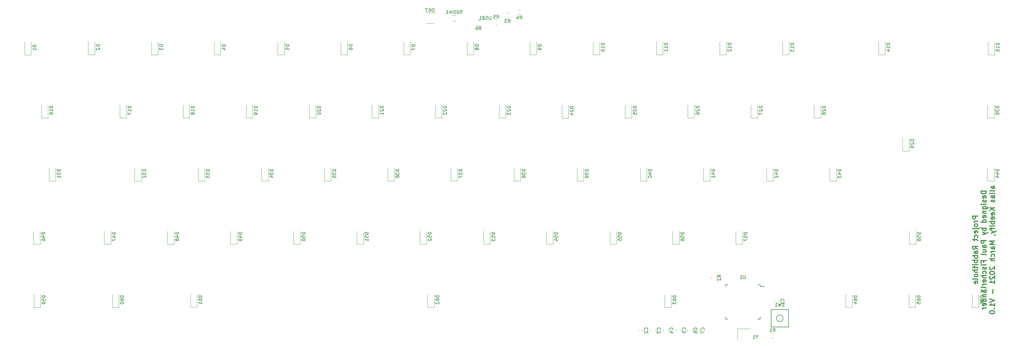
<source format=gbr>
%TF.GenerationSoftware,KiCad,Pcbnew,(5.1.9)-1*%
%TF.CreationDate,2021-03-24T19:16:49+01:00*%
%TF.ProjectId,rabbitholev1,72616262-6974-4686-9f6c-6576312e6b69,rev?*%
%TF.SameCoordinates,Original*%
%TF.FileFunction,Legend,Bot*%
%TF.FilePolarity,Positive*%
%FSLAX46Y46*%
G04 Gerber Fmt 4.6, Leading zero omitted, Abs format (unit mm)*
G04 Created by KiCad (PCBNEW (5.1.9)-1) date 2021-03-24 19:16:49*
%MOMM*%
%LPD*%
G01*
G04 APERTURE LIST*
%ADD10C,0.300000*%
%ADD11C,0.120000*%
%ADD12C,0.150000*%
G04 APERTURE END LIST*
D10*
X304135071Y-187278642D02*
X302635071Y-187278642D01*
X302635071Y-187850071D01*
X302706500Y-187992928D01*
X302777928Y-188064357D01*
X302920785Y-188135785D01*
X303135071Y-188135785D01*
X303277928Y-188064357D01*
X303349357Y-187992928D01*
X303420785Y-187850071D01*
X303420785Y-187278642D01*
X304135071Y-188778642D02*
X303135071Y-188778642D01*
X303420785Y-188778642D02*
X303277928Y-188850071D01*
X303206500Y-188921500D01*
X303135071Y-189064357D01*
X303135071Y-189207214D01*
X304135071Y-189921500D02*
X304063642Y-189778642D01*
X303992214Y-189707214D01*
X303849357Y-189635785D01*
X303420785Y-189635785D01*
X303277928Y-189707214D01*
X303206500Y-189778642D01*
X303135071Y-189921500D01*
X303135071Y-190135785D01*
X303206500Y-190278642D01*
X303277928Y-190350071D01*
X303420785Y-190421500D01*
X303849357Y-190421500D01*
X303992214Y-190350071D01*
X304063642Y-190278642D01*
X304135071Y-190135785D01*
X304135071Y-189921500D01*
X303135071Y-191064357D02*
X304420785Y-191064357D01*
X304563642Y-190992928D01*
X304635071Y-190850071D01*
X304635071Y-190778642D01*
X302635071Y-191064357D02*
X302706500Y-190992928D01*
X302777928Y-191064357D01*
X302706500Y-191135785D01*
X302635071Y-191064357D01*
X302777928Y-191064357D01*
X304063642Y-192350071D02*
X304135071Y-192207214D01*
X304135071Y-191921500D01*
X304063642Y-191778642D01*
X303920785Y-191707214D01*
X303349357Y-191707214D01*
X303206500Y-191778642D01*
X303135071Y-191921500D01*
X303135071Y-192207214D01*
X303206500Y-192350071D01*
X303349357Y-192421500D01*
X303492214Y-192421500D01*
X303635071Y-191707214D01*
X304063642Y-193707214D02*
X304135071Y-193564357D01*
X304135071Y-193278642D01*
X304063642Y-193135785D01*
X303992214Y-193064357D01*
X303849357Y-192992928D01*
X303420785Y-192992928D01*
X303277928Y-193064357D01*
X303206500Y-193135785D01*
X303135071Y-193278642D01*
X303135071Y-193564357D01*
X303206500Y-193707214D01*
X303135071Y-194135785D02*
X303135071Y-194707214D01*
X302635071Y-194350071D02*
X303920785Y-194350071D01*
X304063642Y-194421500D01*
X304135071Y-194564357D01*
X304135071Y-194707214D01*
X304135071Y-197207214D02*
X303420785Y-196707214D01*
X304135071Y-196350071D02*
X302635071Y-196350071D01*
X302635071Y-196921500D01*
X302706500Y-197064357D01*
X302777928Y-197135785D01*
X302920785Y-197207214D01*
X303135071Y-197207214D01*
X303277928Y-197135785D01*
X303349357Y-197064357D01*
X303420785Y-196921500D01*
X303420785Y-196350071D01*
X304135071Y-198492928D02*
X303349357Y-198492928D01*
X303206500Y-198421500D01*
X303135071Y-198278642D01*
X303135071Y-197992928D01*
X303206500Y-197850071D01*
X304063642Y-198492928D02*
X304135071Y-198350071D01*
X304135071Y-197992928D01*
X304063642Y-197850071D01*
X303920785Y-197778642D01*
X303777928Y-197778642D01*
X303635071Y-197850071D01*
X303563642Y-197992928D01*
X303563642Y-198350071D01*
X303492214Y-198492928D01*
X304135071Y-199207214D02*
X302635071Y-199207214D01*
X303206500Y-199207214D02*
X303135071Y-199350071D01*
X303135071Y-199635785D01*
X303206500Y-199778642D01*
X303277928Y-199850071D01*
X303420785Y-199921500D01*
X303849357Y-199921500D01*
X303992214Y-199850071D01*
X304063642Y-199778642D01*
X304135071Y-199635785D01*
X304135071Y-199350071D01*
X304063642Y-199207214D01*
X304135071Y-200564357D02*
X302635071Y-200564357D01*
X303206500Y-200564357D02*
X303135071Y-200707214D01*
X303135071Y-200992928D01*
X303206500Y-201135785D01*
X303277928Y-201207214D01*
X303420785Y-201278642D01*
X303849357Y-201278642D01*
X303992214Y-201207214D01*
X304063642Y-201135785D01*
X304135071Y-200992928D01*
X304135071Y-200707214D01*
X304063642Y-200564357D01*
X304135071Y-201921500D02*
X303135071Y-201921500D01*
X302635071Y-201921500D02*
X302706500Y-201850071D01*
X302777928Y-201921500D01*
X302706500Y-201992928D01*
X302635071Y-201921500D01*
X302777928Y-201921500D01*
X303135071Y-202421500D02*
X303135071Y-202992928D01*
X302635071Y-202635785D02*
X303920785Y-202635785D01*
X304063642Y-202707214D01*
X304135071Y-202850071D01*
X304135071Y-202992928D01*
X304135071Y-203492928D02*
X302635071Y-203492928D01*
X304135071Y-204135785D02*
X303349357Y-204135785D01*
X303206500Y-204064357D01*
X303135071Y-203921500D01*
X303135071Y-203707214D01*
X303206500Y-203564357D01*
X303277928Y-203492928D01*
X304135071Y-205064357D02*
X304063642Y-204921500D01*
X303992214Y-204850071D01*
X303849357Y-204778642D01*
X303420785Y-204778642D01*
X303277928Y-204850071D01*
X303206500Y-204921500D01*
X303135071Y-205064357D01*
X303135071Y-205278642D01*
X303206500Y-205421500D01*
X303277928Y-205492928D01*
X303420785Y-205564357D01*
X303849357Y-205564357D01*
X303992214Y-205492928D01*
X304063642Y-205421500D01*
X304135071Y-205278642D01*
X304135071Y-205064357D01*
X304135071Y-206421500D02*
X304063642Y-206278642D01*
X303920785Y-206207214D01*
X302635071Y-206207214D01*
X304063642Y-207564357D02*
X304135071Y-207421500D01*
X304135071Y-207135785D01*
X304063642Y-206992928D01*
X303920785Y-206921500D01*
X303349357Y-206921500D01*
X303206500Y-206992928D01*
X303135071Y-207135785D01*
X303135071Y-207421500D01*
X303206500Y-207564357D01*
X303349357Y-207635785D01*
X303492214Y-207635785D01*
X303635071Y-206921500D01*
X306685071Y-179707214D02*
X305185071Y-179707214D01*
X305185071Y-180064357D01*
X305256500Y-180278642D01*
X305399357Y-180421500D01*
X305542214Y-180492928D01*
X305827928Y-180564357D01*
X306042214Y-180564357D01*
X306327928Y-180492928D01*
X306470785Y-180421500D01*
X306613642Y-180278642D01*
X306685071Y-180064357D01*
X306685071Y-179707214D01*
X306613642Y-181778642D02*
X306685071Y-181635785D01*
X306685071Y-181350071D01*
X306613642Y-181207214D01*
X306470785Y-181135785D01*
X305899357Y-181135785D01*
X305756500Y-181207214D01*
X305685071Y-181350071D01*
X305685071Y-181635785D01*
X305756500Y-181778642D01*
X305899357Y-181850071D01*
X306042214Y-181850071D01*
X306185071Y-181135785D01*
X306613642Y-182421500D02*
X306685071Y-182564357D01*
X306685071Y-182850071D01*
X306613642Y-182992928D01*
X306470785Y-183064357D01*
X306399357Y-183064357D01*
X306256500Y-182992928D01*
X306185071Y-182850071D01*
X306185071Y-182635785D01*
X306113642Y-182492928D01*
X305970785Y-182421500D01*
X305899357Y-182421500D01*
X305756500Y-182492928D01*
X305685071Y-182635785D01*
X305685071Y-182850071D01*
X305756500Y-182992928D01*
X306685071Y-183707214D02*
X305685071Y-183707214D01*
X305185071Y-183707214D02*
X305256500Y-183635785D01*
X305327928Y-183707214D01*
X305256500Y-183778642D01*
X305185071Y-183707214D01*
X305327928Y-183707214D01*
X305685071Y-185064357D02*
X306899357Y-185064357D01*
X307042214Y-184992928D01*
X307113642Y-184921500D01*
X307185071Y-184778642D01*
X307185071Y-184564357D01*
X307113642Y-184421500D01*
X306613642Y-185064357D02*
X306685071Y-184921500D01*
X306685071Y-184635785D01*
X306613642Y-184492928D01*
X306542214Y-184421500D01*
X306399357Y-184350071D01*
X305970785Y-184350071D01*
X305827928Y-184421500D01*
X305756500Y-184492928D01*
X305685071Y-184635785D01*
X305685071Y-184921500D01*
X305756500Y-185064357D01*
X305685071Y-185778642D02*
X306685071Y-185778642D01*
X305827928Y-185778642D02*
X305756500Y-185850071D01*
X305685071Y-185992928D01*
X305685071Y-186207214D01*
X305756500Y-186350071D01*
X305899357Y-186421500D01*
X306685071Y-186421500D01*
X306613642Y-187707214D02*
X306685071Y-187564357D01*
X306685071Y-187278642D01*
X306613642Y-187135785D01*
X306470785Y-187064357D01*
X305899357Y-187064357D01*
X305756500Y-187135785D01*
X305685071Y-187278642D01*
X305685071Y-187564357D01*
X305756500Y-187707214D01*
X305899357Y-187778642D01*
X306042214Y-187778642D01*
X306185071Y-187064357D01*
X306685071Y-189064357D02*
X305185071Y-189064357D01*
X306613642Y-189064357D02*
X306685071Y-188921500D01*
X306685071Y-188635785D01*
X306613642Y-188492928D01*
X306542214Y-188421500D01*
X306399357Y-188350071D01*
X305970785Y-188350071D01*
X305827928Y-188421500D01*
X305756500Y-188492928D01*
X305685071Y-188635785D01*
X305685071Y-188921500D01*
X305756500Y-189064357D01*
X306685071Y-190921500D02*
X305185071Y-190921500D01*
X305756500Y-190921500D02*
X305685071Y-191064357D01*
X305685071Y-191350071D01*
X305756500Y-191492928D01*
X305827928Y-191564357D01*
X305970785Y-191635785D01*
X306399357Y-191635785D01*
X306542214Y-191564357D01*
X306613642Y-191492928D01*
X306685071Y-191350071D01*
X306685071Y-191064357D01*
X306613642Y-190921500D01*
X305685071Y-192135785D02*
X306685071Y-192492928D01*
X305685071Y-192850071D02*
X306685071Y-192492928D01*
X307042214Y-192350071D01*
X307113642Y-192278642D01*
X307185071Y-192135785D01*
X306685071Y-194564357D02*
X305185071Y-194564357D01*
X305185071Y-195135785D01*
X305256500Y-195278642D01*
X305327928Y-195350071D01*
X305470785Y-195421500D01*
X305685071Y-195421500D01*
X305827928Y-195350071D01*
X305899357Y-195278642D01*
X305970785Y-195135785D01*
X305970785Y-194564357D01*
X306685071Y-196707214D02*
X305899357Y-196707214D01*
X305756500Y-196635785D01*
X305685071Y-196492928D01*
X305685071Y-196207214D01*
X305756500Y-196064357D01*
X306613642Y-196707214D02*
X306685071Y-196564357D01*
X306685071Y-196207214D01*
X306613642Y-196064357D01*
X306470785Y-195992928D01*
X306327928Y-195992928D01*
X306185071Y-196064357D01*
X306113642Y-196207214D01*
X306113642Y-196564357D01*
X306042214Y-196707214D01*
X305685071Y-198064357D02*
X306685071Y-198064357D01*
X305685071Y-197421500D02*
X306470785Y-197421500D01*
X306613642Y-197492928D01*
X306685071Y-197635785D01*
X306685071Y-197850071D01*
X306613642Y-197992928D01*
X306542214Y-198064357D01*
X306685071Y-198992928D02*
X306613642Y-198850071D01*
X306470785Y-198778642D01*
X305185071Y-198778642D01*
X305899357Y-201207214D02*
X305899357Y-200707214D01*
X306685071Y-200707214D02*
X305185071Y-200707214D01*
X305185071Y-201421500D01*
X306685071Y-201992928D02*
X305685071Y-201992928D01*
X305185071Y-201992928D02*
X305256500Y-201921500D01*
X305327928Y-201992928D01*
X305256500Y-202064357D01*
X305185071Y-201992928D01*
X305327928Y-201992928D01*
X306613642Y-202635785D02*
X306685071Y-202778642D01*
X306685071Y-203064357D01*
X306613642Y-203207214D01*
X306470785Y-203278642D01*
X306399357Y-203278642D01*
X306256500Y-203207214D01*
X306185071Y-203064357D01*
X306185071Y-202850071D01*
X306113642Y-202707214D01*
X305970785Y-202635785D01*
X305899357Y-202635785D01*
X305756500Y-202707214D01*
X305685071Y-202850071D01*
X305685071Y-203064357D01*
X305756500Y-203207214D01*
X306613642Y-204564357D02*
X306685071Y-204421500D01*
X306685071Y-204135785D01*
X306613642Y-203992928D01*
X306542214Y-203921500D01*
X306399357Y-203850071D01*
X305970785Y-203850071D01*
X305827928Y-203921500D01*
X305756500Y-203992928D01*
X305685071Y-204135785D01*
X305685071Y-204421500D01*
X305756500Y-204564357D01*
X306685071Y-205207214D02*
X305185071Y-205207214D01*
X306685071Y-205850071D02*
X305899357Y-205850071D01*
X305756500Y-205778642D01*
X305685071Y-205635785D01*
X305685071Y-205421500D01*
X305756500Y-205278642D01*
X305827928Y-205207214D01*
X306613642Y-207135785D02*
X306685071Y-206992928D01*
X306685071Y-206707214D01*
X306613642Y-206564357D01*
X306470785Y-206492928D01*
X305899357Y-206492928D01*
X305756500Y-206564357D01*
X305685071Y-206707214D01*
X305685071Y-206992928D01*
X305756500Y-207135785D01*
X305899357Y-207207214D01*
X306042214Y-207207214D01*
X306185071Y-206492928D01*
X306685071Y-207850071D02*
X305685071Y-207850071D01*
X305970785Y-207850071D02*
X305827928Y-207921500D01*
X305756500Y-207992928D01*
X305685071Y-208135785D01*
X305685071Y-208278642D01*
X306685071Y-208992928D02*
X306613642Y-208850071D01*
X306470785Y-208778642D01*
X305185071Y-208778642D01*
X306685071Y-210207214D02*
X305899357Y-210207214D01*
X305756500Y-210135785D01*
X305685071Y-209992928D01*
X305685071Y-209707214D01*
X305756500Y-209564357D01*
X306613642Y-210207214D02*
X306685071Y-210064357D01*
X306685071Y-209707214D01*
X306613642Y-209564357D01*
X306470785Y-209492928D01*
X306327928Y-209492928D01*
X306185071Y-209564357D01*
X306113642Y-209707214D01*
X306113642Y-210064357D01*
X306042214Y-210207214D01*
X305185071Y-209564357D02*
X305256500Y-209635785D01*
X305327928Y-209564357D01*
X305256500Y-209492928D01*
X305185071Y-209564357D01*
X305327928Y-209564357D01*
X305185071Y-210135785D02*
X305256500Y-210207214D01*
X305327928Y-210135785D01*
X305256500Y-210064357D01*
X305185071Y-210135785D01*
X305327928Y-210135785D01*
X305685071Y-210921500D02*
X306685071Y-210921500D01*
X305827928Y-210921500D02*
X305756500Y-210992928D01*
X305685071Y-211135785D01*
X305685071Y-211350071D01*
X305756500Y-211492928D01*
X305899357Y-211564357D01*
X306685071Y-211564357D01*
X306685071Y-212921500D02*
X305185071Y-212921500D01*
X306613642Y-212921500D02*
X306685071Y-212778642D01*
X306685071Y-212492928D01*
X306613642Y-212350071D01*
X306542214Y-212278642D01*
X306399357Y-212207214D01*
X305970785Y-212207214D01*
X305827928Y-212278642D01*
X305756500Y-212350071D01*
X305685071Y-212492928D01*
X305685071Y-212778642D01*
X305756500Y-212921500D01*
X306613642Y-214207214D02*
X306685071Y-214064357D01*
X306685071Y-213778642D01*
X306613642Y-213635785D01*
X306470785Y-213564357D01*
X305899357Y-213564357D01*
X305756500Y-213635785D01*
X305685071Y-213778642D01*
X305685071Y-214064357D01*
X305756500Y-214207214D01*
X305899357Y-214278642D01*
X306042214Y-214278642D01*
X306185071Y-213564357D01*
X306685071Y-214921500D02*
X305685071Y-214921500D01*
X305970785Y-214921500D02*
X305827928Y-214992928D01*
X305756500Y-215064357D01*
X305685071Y-215207214D01*
X305685071Y-215350071D01*
X309235071Y-178885785D02*
X308449357Y-178885785D01*
X308306500Y-178814357D01*
X308235071Y-178671500D01*
X308235071Y-178385785D01*
X308306500Y-178242928D01*
X309163642Y-178885785D02*
X309235071Y-178742928D01*
X309235071Y-178385785D01*
X309163642Y-178242928D01*
X309020785Y-178171500D01*
X308877928Y-178171500D01*
X308735071Y-178242928D01*
X308663642Y-178385785D01*
X308663642Y-178742928D01*
X308592214Y-178885785D01*
X309235071Y-179814357D02*
X309163642Y-179671500D01*
X309020785Y-179600071D01*
X307735071Y-179600071D01*
X309235071Y-180385785D02*
X308235071Y-180385785D01*
X307735071Y-180385785D02*
X307806500Y-180314357D01*
X307877928Y-180385785D01*
X307806500Y-180457214D01*
X307735071Y-180385785D01*
X307877928Y-180385785D01*
X309235071Y-181742928D02*
X308449357Y-181742928D01*
X308306500Y-181671500D01*
X308235071Y-181528642D01*
X308235071Y-181242928D01*
X308306500Y-181100071D01*
X309163642Y-181742928D02*
X309235071Y-181600071D01*
X309235071Y-181242928D01*
X309163642Y-181100071D01*
X309020785Y-181028642D01*
X308877928Y-181028642D01*
X308735071Y-181100071D01*
X308663642Y-181242928D01*
X308663642Y-181600071D01*
X308592214Y-181742928D01*
X309163642Y-182385785D02*
X309235071Y-182528642D01*
X309235071Y-182814357D01*
X309163642Y-182957214D01*
X309020785Y-183028642D01*
X308949357Y-183028642D01*
X308806500Y-182957214D01*
X308735071Y-182814357D01*
X308735071Y-182600071D01*
X308663642Y-182457214D01*
X308520785Y-182385785D01*
X308449357Y-182385785D01*
X308306500Y-182457214D01*
X308235071Y-182600071D01*
X308235071Y-182814357D01*
X308306500Y-182957214D01*
X309235071Y-184814357D02*
X307735071Y-184814357D01*
X309235071Y-185671500D02*
X308377928Y-185028642D01*
X307735071Y-185671500D02*
X308592214Y-184814357D01*
X309163642Y-186885785D02*
X309235071Y-186742928D01*
X309235071Y-186457214D01*
X309163642Y-186314357D01*
X309020785Y-186242928D01*
X308449357Y-186242928D01*
X308306500Y-186314357D01*
X308235071Y-186457214D01*
X308235071Y-186742928D01*
X308306500Y-186885785D01*
X308449357Y-186957214D01*
X308592214Y-186957214D01*
X308735071Y-186242928D01*
X309163642Y-188171500D02*
X309235071Y-188028642D01*
X309235071Y-187742928D01*
X309163642Y-187600071D01*
X309020785Y-187528642D01*
X308449357Y-187528642D01*
X308306500Y-187600071D01*
X308235071Y-187742928D01*
X308235071Y-188028642D01*
X308306500Y-188171500D01*
X308449357Y-188242928D01*
X308592214Y-188242928D01*
X308735071Y-187528642D01*
X309235071Y-188885785D02*
X307735071Y-188885785D01*
X308306500Y-188885785D02*
X308235071Y-189028642D01*
X308235071Y-189314357D01*
X308306500Y-189457214D01*
X308377928Y-189528642D01*
X308520785Y-189600071D01*
X308949357Y-189600071D01*
X309092214Y-189528642D01*
X309163642Y-189457214D01*
X309235071Y-189314357D01*
X309235071Y-189028642D01*
X309163642Y-188885785D01*
X309235071Y-190242928D02*
X308235071Y-190242928D01*
X307735071Y-190242928D02*
X307806500Y-190171500D01*
X307877928Y-190242928D01*
X307806500Y-190314357D01*
X307735071Y-190242928D01*
X307877928Y-190242928D01*
X308235071Y-190742928D02*
X308235071Y-191314357D01*
X309235071Y-190957214D02*
X307949357Y-190957214D01*
X307806500Y-191028642D01*
X307735071Y-191171500D01*
X307735071Y-191314357D01*
X308235071Y-191671500D02*
X309235071Y-192028642D01*
X308235071Y-192385785D02*
X309235071Y-192028642D01*
X309592214Y-191885785D01*
X309663642Y-191814357D01*
X309735071Y-191671500D01*
X309163642Y-193028642D02*
X309235071Y-193028642D01*
X309377928Y-192957214D01*
X309449357Y-192885785D01*
X309235071Y-194814357D02*
X307735071Y-194814357D01*
X308806500Y-195314357D01*
X307735071Y-195814357D01*
X309235071Y-195814357D01*
X309235071Y-197171500D02*
X308449357Y-197171500D01*
X308306500Y-197100071D01*
X308235071Y-196957214D01*
X308235071Y-196671500D01*
X308306500Y-196528642D01*
X309163642Y-197171500D02*
X309235071Y-197028642D01*
X309235071Y-196671500D01*
X309163642Y-196528642D01*
X309020785Y-196457214D01*
X308877928Y-196457214D01*
X308735071Y-196528642D01*
X308663642Y-196671500D01*
X308663642Y-197028642D01*
X308592214Y-197171500D01*
X309235071Y-197885785D02*
X308235071Y-197885785D01*
X308520785Y-197885785D02*
X308377928Y-197957214D01*
X308306500Y-198028642D01*
X308235071Y-198171500D01*
X308235071Y-198314357D01*
X309163642Y-199457214D02*
X309235071Y-199314357D01*
X309235071Y-199028642D01*
X309163642Y-198885785D01*
X309092214Y-198814357D01*
X308949357Y-198742928D01*
X308520785Y-198742928D01*
X308377928Y-198814357D01*
X308306500Y-198885785D01*
X308235071Y-199028642D01*
X308235071Y-199314357D01*
X308306500Y-199457214D01*
X309235071Y-200100071D02*
X307735071Y-200100071D01*
X309235071Y-200742928D02*
X308449357Y-200742928D01*
X308306500Y-200671500D01*
X308235071Y-200528642D01*
X308235071Y-200314357D01*
X308306500Y-200171500D01*
X308377928Y-200100071D01*
X307877928Y-202528642D02*
X307806500Y-202600071D01*
X307735071Y-202742928D01*
X307735071Y-203100071D01*
X307806500Y-203242928D01*
X307877928Y-203314357D01*
X308020785Y-203385785D01*
X308163642Y-203385785D01*
X308377928Y-203314357D01*
X309235071Y-202457214D01*
X309235071Y-203385785D01*
X307735071Y-204314357D02*
X307735071Y-204457214D01*
X307806500Y-204600071D01*
X307877928Y-204671500D01*
X308020785Y-204742928D01*
X308306500Y-204814357D01*
X308663642Y-204814357D01*
X308949357Y-204742928D01*
X309092214Y-204671500D01*
X309163642Y-204600071D01*
X309235071Y-204457214D01*
X309235071Y-204314357D01*
X309163642Y-204171500D01*
X309092214Y-204100071D01*
X308949357Y-204028642D01*
X308663642Y-203957214D01*
X308306500Y-203957214D01*
X308020785Y-204028642D01*
X307877928Y-204100071D01*
X307806500Y-204171500D01*
X307735071Y-204314357D01*
X307877928Y-205385785D02*
X307806500Y-205457214D01*
X307735071Y-205600071D01*
X307735071Y-205957214D01*
X307806500Y-206100071D01*
X307877928Y-206171500D01*
X308020785Y-206242928D01*
X308163642Y-206242928D01*
X308377928Y-206171500D01*
X309235071Y-205314357D01*
X309235071Y-206242928D01*
X309235071Y-207671500D02*
X309235071Y-206814357D01*
X309235071Y-207242928D02*
X307735071Y-207242928D01*
X307949357Y-207100071D01*
X308092214Y-206957214D01*
X308163642Y-206814357D01*
X308663642Y-209457214D02*
X308663642Y-210600071D01*
X307735071Y-212242928D02*
X309235071Y-212742928D01*
X307735071Y-213242928D01*
X309235071Y-214528642D02*
X309235071Y-213671500D01*
X309235071Y-214100071D02*
X307735071Y-214100071D01*
X307949357Y-213957214D01*
X308092214Y-213814357D01*
X308163642Y-213671500D01*
X309092214Y-215171500D02*
X309163642Y-215242928D01*
X309235071Y-215171500D01*
X309163642Y-215100071D01*
X309092214Y-215171500D01*
X309235071Y-215171500D01*
X307735071Y-216171500D02*
X307735071Y-216314357D01*
X307806500Y-216457214D01*
X307877928Y-216528642D01*
X308020785Y-216600071D01*
X308306500Y-216671500D01*
X308663642Y-216671500D01*
X308949357Y-216600071D01*
X309092214Y-216528642D01*
X309163642Y-216457214D01*
X309235071Y-216314357D01*
X309235071Y-216171500D01*
X309163642Y-216028642D01*
X309092214Y-215957214D01*
X308949357Y-215885785D01*
X308663642Y-215814357D01*
X308306500Y-215814357D01*
X308020785Y-215885785D01*
X307877928Y-215957214D01*
X307806500Y-216028642D01*
X307735071Y-216171500D01*
D11*
%TO.C,Y1*%
X231680000Y-224471500D02*
X231680000Y-221171500D01*
X231680000Y-221171500D02*
X235680000Y-221171500D01*
D12*
%TO.C,U1*%
X238474000Y-207931000D02*
X238474000Y-208506000D01*
X228124000Y-207931000D02*
X228124000Y-208606000D01*
X228124000Y-218281000D02*
X228124000Y-217606000D01*
X238474000Y-218281000D02*
X238474000Y-217606000D01*
X238474000Y-207931000D02*
X237799000Y-207931000D01*
X238474000Y-218281000D02*
X237799000Y-218281000D01*
X228124000Y-218281000D02*
X228799000Y-218281000D01*
X228124000Y-207931000D02*
X228799000Y-207931000D01*
X238474000Y-208506000D02*
X239749000Y-208506000D01*
%TO.C,SW1*%
X245429280Y-218064080D02*
G75*
G03*
X245429280Y-218064080I-1000000J0D01*
G01*
X241829280Y-215464080D02*
X241829280Y-220664080D01*
X247029280Y-215464080D02*
X241829280Y-215464080D01*
X247029280Y-220664080D02*
X247029280Y-215464080D01*
X241829280Y-220664080D02*
X247029280Y-220664080D01*
D11*
%TO.C,R6*%
X153315936Y-129640000D02*
X153770064Y-129640000D01*
X153315936Y-128170000D02*
X153770064Y-128170000D01*
%TO.C,R5*%
X159104064Y-128043000D02*
X158649936Y-128043000D01*
X159104064Y-129513000D02*
X158649936Y-129513000D01*
%TO.C,R4*%
X165634936Y-126465000D02*
X166089064Y-126465000D01*
X165634936Y-124995000D02*
X166089064Y-124995000D01*
%TO.C,R3*%
X162102436Y-127481000D02*
X162556564Y-127481000D01*
X162102436Y-126011000D02*
X162556564Y-126011000D01*
%TO.C,R2*%
X225271000Y-206030564D02*
X225271000Y-205576436D01*
X223801000Y-206030564D02*
X223801000Y-205576436D01*
%TO.C,R1*%
X242479564Y-222531000D02*
X242025436Y-222531000D01*
X242479564Y-224001000D02*
X242025436Y-224001000D01*
%TO.C,D67*%
X140138000Y-129058000D02*
X137738000Y-129058000D01*
X137738000Y-125958000D02*
X140688000Y-125958000D01*
%TO.C,D66*%
X304403000Y-214721000D02*
X302403000Y-214721000D01*
X302403000Y-214721000D02*
X302403000Y-210821000D01*
X304403000Y-214721000D02*
X304403000Y-210821000D01*
%TO.C,D65*%
X285353000Y-214721000D02*
X283353000Y-214721000D01*
X283353000Y-214721000D02*
X283353000Y-210821000D01*
X285353000Y-214721000D02*
X285353000Y-210821000D01*
%TO.C,D64*%
X266303000Y-214721000D02*
X264303000Y-214721000D01*
X264303000Y-214721000D02*
X264303000Y-210821000D01*
X266303000Y-214721000D02*
X266303000Y-210821000D01*
%TO.C,D63*%
X211693000Y-214721000D02*
X209693000Y-214721000D01*
X209693000Y-214721000D02*
X209693000Y-210821000D01*
X211693000Y-214721000D02*
X211693000Y-210821000D01*
%TO.C,D62*%
X140192000Y-214721000D02*
X138192000Y-214721000D01*
X138192000Y-214721000D02*
X138192000Y-210821000D01*
X140192000Y-214721000D02*
X140192000Y-210821000D01*
%TO.C,D61*%
X68691000Y-214722000D02*
X66691000Y-214722000D01*
X66691000Y-214722000D02*
X66691000Y-210822000D01*
X68691000Y-214722000D02*
X68691000Y-210822000D01*
%TO.C,D60*%
X45069000Y-214721000D02*
X43069000Y-214721000D01*
X43069000Y-214721000D02*
X43069000Y-210821000D01*
X45069000Y-214721000D02*
X45069000Y-210821000D01*
%TO.C,D59*%
X21447000Y-214721000D02*
X19447000Y-214721000D01*
X19447000Y-214721000D02*
X19447000Y-210821000D01*
X21447000Y-214721000D02*
X21447000Y-210821000D01*
%TO.C,D58*%
X285480000Y-195671000D02*
X283480000Y-195671000D01*
X283480000Y-195671000D02*
X283480000Y-191771000D01*
X285480000Y-195671000D02*
X285480000Y-191771000D01*
%TO.C,D57*%
X233156000Y-195671000D02*
X231156000Y-195671000D01*
X231156000Y-195671000D02*
X231156000Y-191771000D01*
X233156000Y-195671000D02*
X233156000Y-191771000D01*
%TO.C,D56*%
X214106000Y-195671000D02*
X212106000Y-195671000D01*
X212106000Y-195671000D02*
X212106000Y-191771000D01*
X214106000Y-195671000D02*
X214106000Y-191771000D01*
%TO.C,D55*%
X195183000Y-195671000D02*
X193183000Y-195671000D01*
X193183000Y-195671000D02*
X193183000Y-191771000D01*
X195183000Y-195671000D02*
X195183000Y-191771000D01*
%TO.C,D54*%
X176006000Y-195671000D02*
X174006000Y-195671000D01*
X174006000Y-195671000D02*
X174006000Y-191771000D01*
X176006000Y-195671000D02*
X176006000Y-191771000D01*
%TO.C,D53*%
X157083000Y-195671000D02*
X155083000Y-195671000D01*
X155083000Y-195671000D02*
X155083000Y-191771000D01*
X157083000Y-195671000D02*
X157083000Y-191771000D01*
%TO.C,D52*%
X137906000Y-195671000D02*
X135906000Y-195671000D01*
X135906000Y-195671000D02*
X135906000Y-191771000D01*
X137906000Y-195671000D02*
X137906000Y-191771000D01*
%TO.C,D51*%
X118856000Y-195671000D02*
X116856000Y-195671000D01*
X116856000Y-195671000D02*
X116856000Y-191771000D01*
X118856000Y-195671000D02*
X118856000Y-191771000D01*
%TO.C,D50*%
X99806000Y-195671000D02*
X97806000Y-195671000D01*
X97806000Y-195671000D02*
X97806000Y-191771000D01*
X99806000Y-195671000D02*
X99806000Y-191771000D01*
%TO.C,D49*%
X80756000Y-195671000D02*
X78756000Y-195671000D01*
X78756000Y-195671000D02*
X78756000Y-191771000D01*
X80756000Y-195671000D02*
X80756000Y-191771000D01*
%TO.C,D48*%
X61706000Y-195671000D02*
X59706000Y-195671000D01*
X59706000Y-195671000D02*
X59706000Y-191771000D01*
X61706000Y-195671000D02*
X61706000Y-191771000D01*
%TO.C,D47*%
X42656000Y-195671000D02*
X40656000Y-195671000D01*
X40656000Y-195671000D02*
X40656000Y-191771000D01*
X42656000Y-195671000D02*
X42656000Y-191771000D01*
%TO.C,D46*%
X21320000Y-195671000D02*
X19320000Y-195671000D01*
X19320000Y-195671000D02*
X19320000Y-191771000D01*
X21320000Y-195671000D02*
X21320000Y-191771000D01*
%TO.C,D44*%
X309102000Y-176621000D02*
X307102000Y-176621000D01*
X307102000Y-176621000D02*
X307102000Y-172721000D01*
X309102000Y-176621000D02*
X309102000Y-172721000D01*
%TO.C,D43*%
X261477000Y-176621000D02*
X259477000Y-176621000D01*
X259477000Y-176621000D02*
X259477000Y-172721000D01*
X261477000Y-176621000D02*
X261477000Y-172721000D01*
%TO.C,D42*%
X242427000Y-176621000D02*
X240427000Y-176621000D01*
X240427000Y-176621000D02*
X240427000Y-172721000D01*
X242427000Y-176621000D02*
X242427000Y-172721000D01*
%TO.C,D41*%
X223377000Y-176621000D02*
X221377000Y-176621000D01*
X221377000Y-176621000D02*
X221377000Y-172721000D01*
X223377000Y-176621000D02*
X223377000Y-172721000D01*
%TO.C,D40*%
X204327000Y-176621000D02*
X202327000Y-176621000D01*
X202327000Y-176621000D02*
X202327000Y-172721000D01*
X204327000Y-176621000D02*
X204327000Y-172721000D01*
%TO.C,D39*%
X185277000Y-176621000D02*
X183277000Y-176621000D01*
X183277000Y-176621000D02*
X183277000Y-172721000D01*
X185277000Y-176621000D02*
X185277000Y-172721000D01*
%TO.C,D38*%
X166227000Y-176621000D02*
X164227000Y-176621000D01*
X164227000Y-176621000D02*
X164227000Y-172721000D01*
X166227000Y-176621000D02*
X166227000Y-172721000D01*
%TO.C,D37*%
X147177000Y-176621000D02*
X145177000Y-176621000D01*
X145177000Y-176621000D02*
X145177000Y-172721000D01*
X147177000Y-176621000D02*
X147177000Y-172721000D01*
%TO.C,D36*%
X128127000Y-176621000D02*
X126127000Y-176621000D01*
X126127000Y-176621000D02*
X126127000Y-172721000D01*
X128127000Y-176621000D02*
X128127000Y-172721000D01*
%TO.C,D35*%
X109077000Y-176621000D02*
X107077000Y-176621000D01*
X107077000Y-176621000D02*
X107077000Y-172721000D01*
X109077000Y-176621000D02*
X109077000Y-172721000D01*
%TO.C,D34*%
X90154000Y-176621000D02*
X88154000Y-176621000D01*
X88154000Y-176621000D02*
X88154000Y-172721000D01*
X90154000Y-176621000D02*
X90154000Y-172721000D01*
%TO.C,D33*%
X70977000Y-176621000D02*
X68977000Y-176621000D01*
X68977000Y-176621000D02*
X68977000Y-172721000D01*
X70977000Y-176621000D02*
X70977000Y-172721000D01*
%TO.C,D32*%
X51800000Y-176621000D02*
X49800000Y-176621000D01*
X49800000Y-176621000D02*
X49800000Y-172721000D01*
X51800000Y-176621000D02*
X51800000Y-172721000D01*
%TO.C,D31*%
X26019000Y-176621000D02*
X24019000Y-176621000D01*
X24019000Y-176621000D02*
X24019000Y-172721000D01*
X26019000Y-176621000D02*
X26019000Y-172721000D01*
%TO.C,D30*%
X309102000Y-157571000D02*
X307102000Y-157571000D01*
X307102000Y-157571000D02*
X307102000Y-153671000D01*
X309102000Y-157571000D02*
X309102000Y-153671000D01*
%TO.C,D29*%
X283448000Y-167604000D02*
X281448000Y-167604000D01*
X281448000Y-167604000D02*
X281448000Y-163704000D01*
X283448000Y-167604000D02*
X283448000Y-163704000D01*
%TO.C,D28*%
X256778000Y-157571000D02*
X254778000Y-157571000D01*
X254778000Y-157571000D02*
X254778000Y-153671000D01*
X256778000Y-157571000D02*
X256778000Y-153671000D01*
%TO.C,D27*%
X237728000Y-157571000D02*
X235728000Y-157571000D01*
X235728000Y-157571000D02*
X235728000Y-153671000D01*
X237728000Y-157571000D02*
X237728000Y-153671000D01*
%TO.C,D26*%
X218678000Y-157571000D02*
X216678000Y-157571000D01*
X216678000Y-157571000D02*
X216678000Y-153671000D01*
X218678000Y-157571000D02*
X218678000Y-153671000D01*
%TO.C,D25*%
X199755000Y-157571000D02*
X197755000Y-157571000D01*
X197755000Y-157571000D02*
X197755000Y-153671000D01*
X199755000Y-157571000D02*
X199755000Y-153671000D01*
%TO.C,D24*%
X180705000Y-157698000D02*
X178705000Y-157698000D01*
X178705000Y-157698000D02*
X178705000Y-153798000D01*
X180705000Y-157698000D02*
X180705000Y-153798000D01*
%TO.C,D23*%
X161782000Y-157571000D02*
X159782000Y-157571000D01*
X159782000Y-157571000D02*
X159782000Y-153671000D01*
X161782000Y-157571000D02*
X161782000Y-153671000D01*
%TO.C,D22*%
X142478000Y-157571000D02*
X140478000Y-157571000D01*
X140478000Y-157571000D02*
X140478000Y-153671000D01*
X142478000Y-157571000D02*
X142478000Y-153671000D01*
%TO.C,D21*%
X123428000Y-157571000D02*
X121428000Y-157571000D01*
X121428000Y-157571000D02*
X121428000Y-153671000D01*
X123428000Y-157571000D02*
X123428000Y-153671000D01*
%TO.C,D20*%
X104505000Y-157571000D02*
X102505000Y-157571000D01*
X102505000Y-157571000D02*
X102505000Y-153671000D01*
X104505000Y-157571000D02*
X104505000Y-153671000D01*
%TO.C,D19*%
X85455000Y-157571000D02*
X83455000Y-157571000D01*
X83455000Y-157571000D02*
X83455000Y-153671000D01*
X85455000Y-157571000D02*
X85455000Y-153671000D01*
%TO.C,D18*%
X66405000Y-157571000D02*
X64405000Y-157571000D01*
X64405000Y-157571000D02*
X64405000Y-153671000D01*
X66405000Y-157571000D02*
X66405000Y-153671000D01*
%TO.C,D17*%
X47355000Y-157571000D02*
X45355000Y-157571000D01*
X45355000Y-157571000D02*
X45355000Y-153671000D01*
X47355000Y-157571000D02*
X47355000Y-153671000D01*
%TO.C,D16*%
X23733000Y-157571000D02*
X21733000Y-157571000D01*
X21733000Y-157571000D02*
X21733000Y-153671000D01*
X23733000Y-157571000D02*
X23733000Y-153671000D01*
%TO.C,D15*%
X309229000Y-138521000D02*
X307229000Y-138521000D01*
X307229000Y-138521000D02*
X307229000Y-134621000D01*
X309229000Y-138521000D02*
X309229000Y-134621000D01*
%TO.C,D14*%
X276209000Y-138521000D02*
X274209000Y-138521000D01*
X274209000Y-138521000D02*
X274209000Y-134621000D01*
X276209000Y-138521000D02*
X276209000Y-134621000D01*
%TO.C,D13*%
X247253000Y-138521000D02*
X245253000Y-138521000D01*
X245253000Y-138521000D02*
X245253000Y-134621000D01*
X247253000Y-138521000D02*
X247253000Y-134621000D01*
%TO.C,D12*%
X228330000Y-138521000D02*
X226330000Y-138521000D01*
X226330000Y-138521000D02*
X226330000Y-134621000D01*
X228330000Y-138521000D02*
X228330000Y-134621000D01*
%TO.C,D11*%
X209153000Y-138521000D02*
X207153000Y-138521000D01*
X207153000Y-138521000D02*
X207153000Y-134621000D01*
X209153000Y-138521000D02*
X209153000Y-134621000D01*
%TO.C,D10*%
X190103000Y-138521000D02*
X188103000Y-138521000D01*
X188103000Y-138521000D02*
X188103000Y-134621000D01*
X190103000Y-138521000D02*
X190103000Y-134621000D01*
%TO.C,D9*%
X171053000Y-138521000D02*
X169053000Y-138521000D01*
X169053000Y-138521000D02*
X169053000Y-134621000D01*
X171053000Y-138521000D02*
X171053000Y-134621000D01*
%TO.C,D8*%
X152130000Y-138521000D02*
X150130000Y-138521000D01*
X150130000Y-138521000D02*
X150130000Y-134621000D01*
X152130000Y-138521000D02*
X152130000Y-134621000D01*
%TO.C,D7*%
X132953000Y-138521000D02*
X130953000Y-138521000D01*
X130953000Y-138521000D02*
X130953000Y-134621000D01*
X132953000Y-138521000D02*
X132953000Y-134621000D01*
%TO.C,D6*%
X114030000Y-138521000D02*
X112030000Y-138521000D01*
X112030000Y-138521000D02*
X112030000Y-134621000D01*
X114030000Y-138521000D02*
X114030000Y-134621000D01*
%TO.C,D5*%
X94980000Y-138521000D02*
X92980000Y-138521000D01*
X92980000Y-138521000D02*
X92980000Y-134621000D01*
X94980000Y-138521000D02*
X94980000Y-134621000D01*
%TO.C,D4*%
X75803000Y-138521000D02*
X73803000Y-138521000D01*
X73803000Y-138521000D02*
X73803000Y-134621000D01*
X75803000Y-138521000D02*
X75803000Y-134621000D01*
%TO.C,D3*%
X56880000Y-138521000D02*
X54880000Y-138521000D01*
X54880000Y-138521000D02*
X54880000Y-134621000D01*
X56880000Y-138521000D02*
X56880000Y-134621000D01*
%TO.C,D2*%
X37830000Y-138521000D02*
X35830000Y-138521000D01*
X35830000Y-138521000D02*
X35830000Y-134621000D01*
X37830000Y-138521000D02*
X37830000Y-134621000D01*
%TO.C,D1*%
X18653000Y-138648000D02*
X16653000Y-138648000D01*
X16653000Y-138648000D02*
X16653000Y-134748000D01*
X18653000Y-138648000D02*
X18653000Y-134748000D01*
%TO.C,C7*%
X220254500Y-222003252D02*
X220254500Y-221480748D01*
X218784500Y-222003252D02*
X218784500Y-221480748D01*
%TO.C,C6*%
X218095500Y-222003252D02*
X218095500Y-221480748D01*
X216625500Y-222003252D02*
X216625500Y-221480748D01*
%TO.C,C5*%
X214643640Y-221993092D02*
X214643640Y-221470588D01*
X213173640Y-221993092D02*
X213173640Y-221470588D01*
%TO.C,C4*%
X210833640Y-221993092D02*
X210833640Y-221470588D01*
X209363640Y-221993092D02*
X209363640Y-221470588D01*
%TO.C,C3*%
X207023640Y-221993092D02*
X207023640Y-221470588D01*
X205553640Y-221993092D02*
X205553640Y-221470588D01*
%TO.C,C2*%
X203213640Y-221993092D02*
X203213640Y-221470588D01*
X201743640Y-221993092D02*
X201743640Y-221470588D01*
%TO.C,C1*%
X244321000Y-213301252D02*
X244321000Y-212778748D01*
X242851000Y-213301252D02*
X242851000Y-212778748D01*
%TO.C,500m1*%
X146779064Y-126598000D02*
X145574936Y-126598000D01*
X146779064Y-128418000D02*
X145574936Y-128418000D01*
%TO.C,Y1*%
D12*
X237585190Y-223686690D02*
X237585190Y-224162880D01*
X237918523Y-223162880D02*
X237585190Y-223686690D01*
X237251857Y-223162880D01*
X236394714Y-224162880D02*
X236966142Y-224162880D01*
X236680428Y-224162880D02*
X236680428Y-223162880D01*
X236775666Y-223305738D01*
X236870904Y-223400976D01*
X236966142Y-223448595D01*
%TO.C,USB1*%
X157313095Y-126939380D02*
X157313095Y-127748904D01*
X157265476Y-127844142D01*
X157217857Y-127891761D01*
X157122619Y-127939380D01*
X156932142Y-127939380D01*
X156836904Y-127891761D01*
X156789285Y-127844142D01*
X156741666Y-127748904D01*
X156741666Y-126939380D01*
X156313095Y-127891761D02*
X156170238Y-127939380D01*
X155932142Y-127939380D01*
X155836904Y-127891761D01*
X155789285Y-127844142D01*
X155741666Y-127748904D01*
X155741666Y-127653666D01*
X155789285Y-127558428D01*
X155836904Y-127510809D01*
X155932142Y-127463190D01*
X156122619Y-127415571D01*
X156217857Y-127367952D01*
X156265476Y-127320333D01*
X156313095Y-127225095D01*
X156313095Y-127129857D01*
X156265476Y-127034619D01*
X156217857Y-126987000D01*
X156122619Y-126939380D01*
X155884523Y-126939380D01*
X155741666Y-126987000D01*
X154979761Y-127415571D02*
X154836904Y-127463190D01*
X154789285Y-127510809D01*
X154741666Y-127606047D01*
X154741666Y-127748904D01*
X154789285Y-127844142D01*
X154836904Y-127891761D01*
X154932142Y-127939380D01*
X155313095Y-127939380D01*
X155313095Y-126939380D01*
X154979761Y-126939380D01*
X154884523Y-126987000D01*
X154836904Y-127034619D01*
X154789285Y-127129857D01*
X154789285Y-127225095D01*
X154836904Y-127320333D01*
X154884523Y-127367952D01*
X154979761Y-127415571D01*
X155313095Y-127415571D01*
X153789285Y-127939380D02*
X154360714Y-127939380D01*
X154075000Y-127939380D02*
X154075000Y-126939380D01*
X154170238Y-127082238D01*
X154265476Y-127177476D01*
X154360714Y-127225095D01*
%TO.C,U1*%
X234060904Y-205108380D02*
X234060904Y-205917904D01*
X234013285Y-206013142D01*
X233965666Y-206060761D01*
X233870428Y-206108380D01*
X233679952Y-206108380D01*
X233584714Y-206060761D01*
X233537095Y-206013142D01*
X233489476Y-205917904D01*
X233489476Y-205108380D01*
X232489476Y-206108380D02*
X233060904Y-206108380D01*
X232775190Y-206108380D02*
X232775190Y-205108380D01*
X232870428Y-205251238D01*
X232965666Y-205346476D01*
X233060904Y-205394095D01*
%TO.C,SW1*%
X245762613Y-214404841D02*
X245619756Y-214452460D01*
X245381660Y-214452460D01*
X245286422Y-214404841D01*
X245238803Y-214357222D01*
X245191184Y-214261984D01*
X245191184Y-214166746D01*
X245238803Y-214071508D01*
X245286422Y-214023889D01*
X245381660Y-213976270D01*
X245572137Y-213928651D01*
X245667375Y-213881032D01*
X245714994Y-213833413D01*
X245762613Y-213738175D01*
X245762613Y-213642937D01*
X245714994Y-213547699D01*
X245667375Y-213500080D01*
X245572137Y-213452460D01*
X245334041Y-213452460D01*
X245191184Y-213500080D01*
X244857851Y-213452460D02*
X244619756Y-214452460D01*
X244429280Y-213738175D01*
X244238803Y-214452460D01*
X244000708Y-213452460D01*
X243095946Y-214452460D02*
X243667375Y-214452460D01*
X243381660Y-214452460D02*
X243381660Y-213452460D01*
X243476899Y-213595318D01*
X243572137Y-213690556D01*
X243667375Y-213738175D01*
%TO.C,R6*%
X153709666Y-131007380D02*
X154043000Y-130531190D01*
X154281095Y-131007380D02*
X154281095Y-130007380D01*
X153900142Y-130007380D01*
X153804904Y-130055000D01*
X153757285Y-130102619D01*
X153709666Y-130197857D01*
X153709666Y-130340714D01*
X153757285Y-130435952D01*
X153804904Y-130483571D01*
X153900142Y-130531190D01*
X154281095Y-130531190D01*
X152852523Y-130007380D02*
X153043000Y-130007380D01*
X153138238Y-130055000D01*
X153185857Y-130102619D01*
X153281095Y-130245476D01*
X153328714Y-130435952D01*
X153328714Y-130816904D01*
X153281095Y-130912142D01*
X153233476Y-130959761D01*
X153138238Y-131007380D01*
X152947761Y-131007380D01*
X152852523Y-130959761D01*
X152804904Y-130912142D01*
X152757285Y-130816904D01*
X152757285Y-130578809D01*
X152804904Y-130483571D01*
X152852523Y-130435952D01*
X152947761Y-130388333D01*
X153138238Y-130388333D01*
X153233476Y-130435952D01*
X153281095Y-130483571D01*
X153328714Y-130578809D01*
%TO.C,R5*%
X159043666Y-127580380D02*
X159377000Y-127104190D01*
X159615095Y-127580380D02*
X159615095Y-126580380D01*
X159234142Y-126580380D01*
X159138904Y-126628000D01*
X159091285Y-126675619D01*
X159043666Y-126770857D01*
X159043666Y-126913714D01*
X159091285Y-127008952D01*
X159138904Y-127056571D01*
X159234142Y-127104190D01*
X159615095Y-127104190D01*
X158138904Y-126580380D02*
X158615095Y-126580380D01*
X158662714Y-127056571D01*
X158615095Y-127008952D01*
X158519857Y-126961333D01*
X158281761Y-126961333D01*
X158186523Y-127008952D01*
X158138904Y-127056571D01*
X158091285Y-127151809D01*
X158091285Y-127389904D01*
X158138904Y-127485142D01*
X158186523Y-127532761D01*
X158281761Y-127580380D01*
X158519857Y-127580380D01*
X158615095Y-127532761D01*
X158662714Y-127485142D01*
%TO.C,R4*%
X166028666Y-127832380D02*
X166362000Y-127356190D01*
X166600095Y-127832380D02*
X166600095Y-126832380D01*
X166219142Y-126832380D01*
X166123904Y-126880000D01*
X166076285Y-126927619D01*
X166028666Y-127022857D01*
X166028666Y-127165714D01*
X166076285Y-127260952D01*
X166123904Y-127308571D01*
X166219142Y-127356190D01*
X166600095Y-127356190D01*
X165171523Y-127165714D02*
X165171523Y-127832380D01*
X165409619Y-126784761D02*
X165647714Y-127499047D01*
X165028666Y-127499047D01*
%TO.C,R3*%
X162496166Y-128848380D02*
X162829500Y-128372190D01*
X163067595Y-128848380D02*
X163067595Y-127848380D01*
X162686642Y-127848380D01*
X162591404Y-127896000D01*
X162543785Y-127943619D01*
X162496166Y-128038857D01*
X162496166Y-128181714D01*
X162543785Y-128276952D01*
X162591404Y-128324571D01*
X162686642Y-128372190D01*
X163067595Y-128372190D01*
X162162833Y-127848380D02*
X161543785Y-127848380D01*
X161877119Y-128229333D01*
X161734261Y-128229333D01*
X161639023Y-128276952D01*
X161591404Y-128324571D01*
X161543785Y-128419809D01*
X161543785Y-128657904D01*
X161591404Y-128753142D01*
X161639023Y-128800761D01*
X161734261Y-128848380D01*
X162019976Y-128848380D01*
X162115214Y-128800761D01*
X162162833Y-128753142D01*
%TO.C,R2*%
X226638380Y-205636833D02*
X226162190Y-205303500D01*
X226638380Y-205065404D02*
X225638380Y-205065404D01*
X225638380Y-205446357D01*
X225686000Y-205541595D01*
X225733619Y-205589214D01*
X225828857Y-205636833D01*
X225971714Y-205636833D01*
X226066952Y-205589214D01*
X226114571Y-205541595D01*
X226162190Y-205446357D01*
X226162190Y-205065404D01*
X225733619Y-206017785D02*
X225686000Y-206065404D01*
X225638380Y-206160642D01*
X225638380Y-206398738D01*
X225686000Y-206493976D01*
X225733619Y-206541595D01*
X225828857Y-206589214D01*
X225924095Y-206589214D01*
X226066952Y-206541595D01*
X226638380Y-205970166D01*
X226638380Y-206589214D01*
%TO.C,R1*%
X242419166Y-222068380D02*
X242752500Y-221592190D01*
X242990595Y-222068380D02*
X242990595Y-221068380D01*
X242609642Y-221068380D01*
X242514404Y-221116000D01*
X242466785Y-221163619D01*
X242419166Y-221258857D01*
X242419166Y-221401714D01*
X242466785Y-221496952D01*
X242514404Y-221544571D01*
X242609642Y-221592190D01*
X242990595Y-221592190D01*
X241466785Y-222068380D02*
X242038214Y-222068380D01*
X241752500Y-222068380D02*
X241752500Y-221068380D01*
X241847738Y-221211238D01*
X241942976Y-221306476D01*
X242038214Y-221354095D01*
%TO.C,D67*%
X140132285Y-125580380D02*
X140132285Y-124580380D01*
X139894190Y-124580380D01*
X139751333Y-124628000D01*
X139656095Y-124723238D01*
X139608476Y-124818476D01*
X139560857Y-125008952D01*
X139560857Y-125151809D01*
X139608476Y-125342285D01*
X139656095Y-125437523D01*
X139751333Y-125532761D01*
X139894190Y-125580380D01*
X140132285Y-125580380D01*
X138703714Y-124580380D02*
X138894190Y-124580380D01*
X138989428Y-124628000D01*
X139037047Y-124675619D01*
X139132285Y-124818476D01*
X139179904Y-125008952D01*
X139179904Y-125389904D01*
X139132285Y-125485142D01*
X139084666Y-125532761D01*
X138989428Y-125580380D01*
X138798952Y-125580380D01*
X138703714Y-125532761D01*
X138656095Y-125485142D01*
X138608476Y-125389904D01*
X138608476Y-125151809D01*
X138656095Y-125056571D01*
X138703714Y-125008952D01*
X138798952Y-124961333D01*
X138989428Y-124961333D01*
X139084666Y-125008952D01*
X139132285Y-125056571D01*
X139179904Y-125151809D01*
X138275142Y-124580380D02*
X137608476Y-124580380D01*
X138037047Y-125580380D01*
%TO.C,D66*%
X305855380Y-211256714D02*
X304855380Y-211256714D01*
X304855380Y-211494809D01*
X304903000Y-211637666D01*
X304998238Y-211732904D01*
X305093476Y-211780523D01*
X305283952Y-211828142D01*
X305426809Y-211828142D01*
X305617285Y-211780523D01*
X305712523Y-211732904D01*
X305807761Y-211637666D01*
X305855380Y-211494809D01*
X305855380Y-211256714D01*
X304855380Y-212685285D02*
X304855380Y-212494809D01*
X304903000Y-212399571D01*
X304950619Y-212351952D01*
X305093476Y-212256714D01*
X305283952Y-212209095D01*
X305664904Y-212209095D01*
X305760142Y-212256714D01*
X305807761Y-212304333D01*
X305855380Y-212399571D01*
X305855380Y-212590047D01*
X305807761Y-212685285D01*
X305760142Y-212732904D01*
X305664904Y-212780523D01*
X305426809Y-212780523D01*
X305331571Y-212732904D01*
X305283952Y-212685285D01*
X305236333Y-212590047D01*
X305236333Y-212399571D01*
X305283952Y-212304333D01*
X305331571Y-212256714D01*
X305426809Y-212209095D01*
X304855380Y-213637666D02*
X304855380Y-213447190D01*
X304903000Y-213351952D01*
X304950619Y-213304333D01*
X305093476Y-213209095D01*
X305283952Y-213161476D01*
X305664904Y-213161476D01*
X305760142Y-213209095D01*
X305807761Y-213256714D01*
X305855380Y-213351952D01*
X305855380Y-213542428D01*
X305807761Y-213637666D01*
X305760142Y-213685285D01*
X305664904Y-213732904D01*
X305426809Y-213732904D01*
X305331571Y-213685285D01*
X305283952Y-213637666D01*
X305236333Y-213542428D01*
X305236333Y-213351952D01*
X305283952Y-213256714D01*
X305331571Y-213209095D01*
X305426809Y-213161476D01*
%TO.C,D65*%
X286805380Y-211256714D02*
X285805380Y-211256714D01*
X285805380Y-211494809D01*
X285853000Y-211637666D01*
X285948238Y-211732904D01*
X286043476Y-211780523D01*
X286233952Y-211828142D01*
X286376809Y-211828142D01*
X286567285Y-211780523D01*
X286662523Y-211732904D01*
X286757761Y-211637666D01*
X286805380Y-211494809D01*
X286805380Y-211256714D01*
X285805380Y-212685285D02*
X285805380Y-212494809D01*
X285853000Y-212399571D01*
X285900619Y-212351952D01*
X286043476Y-212256714D01*
X286233952Y-212209095D01*
X286614904Y-212209095D01*
X286710142Y-212256714D01*
X286757761Y-212304333D01*
X286805380Y-212399571D01*
X286805380Y-212590047D01*
X286757761Y-212685285D01*
X286710142Y-212732904D01*
X286614904Y-212780523D01*
X286376809Y-212780523D01*
X286281571Y-212732904D01*
X286233952Y-212685285D01*
X286186333Y-212590047D01*
X286186333Y-212399571D01*
X286233952Y-212304333D01*
X286281571Y-212256714D01*
X286376809Y-212209095D01*
X285805380Y-213685285D02*
X285805380Y-213209095D01*
X286281571Y-213161476D01*
X286233952Y-213209095D01*
X286186333Y-213304333D01*
X286186333Y-213542428D01*
X286233952Y-213637666D01*
X286281571Y-213685285D01*
X286376809Y-213732904D01*
X286614904Y-213732904D01*
X286710142Y-213685285D01*
X286757761Y-213637666D01*
X286805380Y-213542428D01*
X286805380Y-213304333D01*
X286757761Y-213209095D01*
X286710142Y-213161476D01*
%TO.C,D64*%
X267755380Y-211256714D02*
X266755380Y-211256714D01*
X266755380Y-211494809D01*
X266803000Y-211637666D01*
X266898238Y-211732904D01*
X266993476Y-211780523D01*
X267183952Y-211828142D01*
X267326809Y-211828142D01*
X267517285Y-211780523D01*
X267612523Y-211732904D01*
X267707761Y-211637666D01*
X267755380Y-211494809D01*
X267755380Y-211256714D01*
X266755380Y-212685285D02*
X266755380Y-212494809D01*
X266803000Y-212399571D01*
X266850619Y-212351952D01*
X266993476Y-212256714D01*
X267183952Y-212209095D01*
X267564904Y-212209095D01*
X267660142Y-212256714D01*
X267707761Y-212304333D01*
X267755380Y-212399571D01*
X267755380Y-212590047D01*
X267707761Y-212685285D01*
X267660142Y-212732904D01*
X267564904Y-212780523D01*
X267326809Y-212780523D01*
X267231571Y-212732904D01*
X267183952Y-212685285D01*
X267136333Y-212590047D01*
X267136333Y-212399571D01*
X267183952Y-212304333D01*
X267231571Y-212256714D01*
X267326809Y-212209095D01*
X267088714Y-213637666D02*
X267755380Y-213637666D01*
X266707761Y-213399571D02*
X267422047Y-213161476D01*
X267422047Y-213780523D01*
%TO.C,D63*%
X213145380Y-211256714D02*
X212145380Y-211256714D01*
X212145380Y-211494809D01*
X212193000Y-211637666D01*
X212288238Y-211732904D01*
X212383476Y-211780523D01*
X212573952Y-211828142D01*
X212716809Y-211828142D01*
X212907285Y-211780523D01*
X213002523Y-211732904D01*
X213097761Y-211637666D01*
X213145380Y-211494809D01*
X213145380Y-211256714D01*
X212145380Y-212685285D02*
X212145380Y-212494809D01*
X212193000Y-212399571D01*
X212240619Y-212351952D01*
X212383476Y-212256714D01*
X212573952Y-212209095D01*
X212954904Y-212209095D01*
X213050142Y-212256714D01*
X213097761Y-212304333D01*
X213145380Y-212399571D01*
X213145380Y-212590047D01*
X213097761Y-212685285D01*
X213050142Y-212732904D01*
X212954904Y-212780523D01*
X212716809Y-212780523D01*
X212621571Y-212732904D01*
X212573952Y-212685285D01*
X212526333Y-212590047D01*
X212526333Y-212399571D01*
X212573952Y-212304333D01*
X212621571Y-212256714D01*
X212716809Y-212209095D01*
X212145380Y-213113857D02*
X212145380Y-213732904D01*
X212526333Y-213399571D01*
X212526333Y-213542428D01*
X212573952Y-213637666D01*
X212621571Y-213685285D01*
X212716809Y-213732904D01*
X212954904Y-213732904D01*
X213050142Y-213685285D01*
X213097761Y-213637666D01*
X213145380Y-213542428D01*
X213145380Y-213256714D01*
X213097761Y-213161476D01*
X213050142Y-213113857D01*
%TO.C,D62*%
X141644380Y-211256714D02*
X140644380Y-211256714D01*
X140644380Y-211494809D01*
X140692000Y-211637666D01*
X140787238Y-211732904D01*
X140882476Y-211780523D01*
X141072952Y-211828142D01*
X141215809Y-211828142D01*
X141406285Y-211780523D01*
X141501523Y-211732904D01*
X141596761Y-211637666D01*
X141644380Y-211494809D01*
X141644380Y-211256714D01*
X140644380Y-212685285D02*
X140644380Y-212494809D01*
X140692000Y-212399571D01*
X140739619Y-212351952D01*
X140882476Y-212256714D01*
X141072952Y-212209095D01*
X141453904Y-212209095D01*
X141549142Y-212256714D01*
X141596761Y-212304333D01*
X141644380Y-212399571D01*
X141644380Y-212590047D01*
X141596761Y-212685285D01*
X141549142Y-212732904D01*
X141453904Y-212780523D01*
X141215809Y-212780523D01*
X141120571Y-212732904D01*
X141072952Y-212685285D01*
X141025333Y-212590047D01*
X141025333Y-212399571D01*
X141072952Y-212304333D01*
X141120571Y-212256714D01*
X141215809Y-212209095D01*
X140739619Y-213161476D02*
X140692000Y-213209095D01*
X140644380Y-213304333D01*
X140644380Y-213542428D01*
X140692000Y-213637666D01*
X140739619Y-213685285D01*
X140834857Y-213732904D01*
X140930095Y-213732904D01*
X141072952Y-213685285D01*
X141644380Y-213113857D01*
X141644380Y-213732904D01*
%TO.C,D61*%
X70143380Y-211257714D02*
X69143380Y-211257714D01*
X69143380Y-211495809D01*
X69191000Y-211638666D01*
X69286238Y-211733904D01*
X69381476Y-211781523D01*
X69571952Y-211829142D01*
X69714809Y-211829142D01*
X69905285Y-211781523D01*
X70000523Y-211733904D01*
X70095761Y-211638666D01*
X70143380Y-211495809D01*
X70143380Y-211257714D01*
X69143380Y-212686285D02*
X69143380Y-212495809D01*
X69191000Y-212400571D01*
X69238619Y-212352952D01*
X69381476Y-212257714D01*
X69571952Y-212210095D01*
X69952904Y-212210095D01*
X70048142Y-212257714D01*
X70095761Y-212305333D01*
X70143380Y-212400571D01*
X70143380Y-212591047D01*
X70095761Y-212686285D01*
X70048142Y-212733904D01*
X69952904Y-212781523D01*
X69714809Y-212781523D01*
X69619571Y-212733904D01*
X69571952Y-212686285D01*
X69524333Y-212591047D01*
X69524333Y-212400571D01*
X69571952Y-212305333D01*
X69619571Y-212257714D01*
X69714809Y-212210095D01*
X70143380Y-213733904D02*
X70143380Y-213162476D01*
X70143380Y-213448190D02*
X69143380Y-213448190D01*
X69286238Y-213352952D01*
X69381476Y-213257714D01*
X69429095Y-213162476D01*
%TO.C,D60*%
X46521380Y-211256714D02*
X45521380Y-211256714D01*
X45521380Y-211494809D01*
X45569000Y-211637666D01*
X45664238Y-211732904D01*
X45759476Y-211780523D01*
X45949952Y-211828142D01*
X46092809Y-211828142D01*
X46283285Y-211780523D01*
X46378523Y-211732904D01*
X46473761Y-211637666D01*
X46521380Y-211494809D01*
X46521380Y-211256714D01*
X45521380Y-212685285D02*
X45521380Y-212494809D01*
X45569000Y-212399571D01*
X45616619Y-212351952D01*
X45759476Y-212256714D01*
X45949952Y-212209095D01*
X46330904Y-212209095D01*
X46426142Y-212256714D01*
X46473761Y-212304333D01*
X46521380Y-212399571D01*
X46521380Y-212590047D01*
X46473761Y-212685285D01*
X46426142Y-212732904D01*
X46330904Y-212780523D01*
X46092809Y-212780523D01*
X45997571Y-212732904D01*
X45949952Y-212685285D01*
X45902333Y-212590047D01*
X45902333Y-212399571D01*
X45949952Y-212304333D01*
X45997571Y-212256714D01*
X46092809Y-212209095D01*
X45521380Y-213399571D02*
X45521380Y-213494809D01*
X45569000Y-213590047D01*
X45616619Y-213637666D01*
X45711857Y-213685285D01*
X45902333Y-213732904D01*
X46140428Y-213732904D01*
X46330904Y-213685285D01*
X46426142Y-213637666D01*
X46473761Y-213590047D01*
X46521380Y-213494809D01*
X46521380Y-213399571D01*
X46473761Y-213304333D01*
X46426142Y-213256714D01*
X46330904Y-213209095D01*
X46140428Y-213161476D01*
X45902333Y-213161476D01*
X45711857Y-213209095D01*
X45616619Y-213256714D01*
X45569000Y-213304333D01*
X45521380Y-213399571D01*
%TO.C,D59*%
X22899380Y-211256714D02*
X21899380Y-211256714D01*
X21899380Y-211494809D01*
X21947000Y-211637666D01*
X22042238Y-211732904D01*
X22137476Y-211780523D01*
X22327952Y-211828142D01*
X22470809Y-211828142D01*
X22661285Y-211780523D01*
X22756523Y-211732904D01*
X22851761Y-211637666D01*
X22899380Y-211494809D01*
X22899380Y-211256714D01*
X21899380Y-212732904D02*
X21899380Y-212256714D01*
X22375571Y-212209095D01*
X22327952Y-212256714D01*
X22280333Y-212351952D01*
X22280333Y-212590047D01*
X22327952Y-212685285D01*
X22375571Y-212732904D01*
X22470809Y-212780523D01*
X22708904Y-212780523D01*
X22804142Y-212732904D01*
X22851761Y-212685285D01*
X22899380Y-212590047D01*
X22899380Y-212351952D01*
X22851761Y-212256714D01*
X22804142Y-212209095D01*
X22899380Y-213256714D02*
X22899380Y-213447190D01*
X22851761Y-213542428D01*
X22804142Y-213590047D01*
X22661285Y-213685285D01*
X22470809Y-213732904D01*
X22089857Y-213732904D01*
X21994619Y-213685285D01*
X21947000Y-213637666D01*
X21899380Y-213542428D01*
X21899380Y-213351952D01*
X21947000Y-213256714D01*
X21994619Y-213209095D01*
X22089857Y-213161476D01*
X22327952Y-213161476D01*
X22423190Y-213209095D01*
X22470809Y-213256714D01*
X22518428Y-213351952D01*
X22518428Y-213542428D01*
X22470809Y-213637666D01*
X22423190Y-213685285D01*
X22327952Y-213732904D01*
%TO.C,D58*%
X286932380Y-192206714D02*
X285932380Y-192206714D01*
X285932380Y-192444809D01*
X285980000Y-192587666D01*
X286075238Y-192682904D01*
X286170476Y-192730523D01*
X286360952Y-192778142D01*
X286503809Y-192778142D01*
X286694285Y-192730523D01*
X286789523Y-192682904D01*
X286884761Y-192587666D01*
X286932380Y-192444809D01*
X286932380Y-192206714D01*
X285932380Y-193682904D02*
X285932380Y-193206714D01*
X286408571Y-193159095D01*
X286360952Y-193206714D01*
X286313333Y-193301952D01*
X286313333Y-193540047D01*
X286360952Y-193635285D01*
X286408571Y-193682904D01*
X286503809Y-193730523D01*
X286741904Y-193730523D01*
X286837142Y-193682904D01*
X286884761Y-193635285D01*
X286932380Y-193540047D01*
X286932380Y-193301952D01*
X286884761Y-193206714D01*
X286837142Y-193159095D01*
X286360952Y-194301952D02*
X286313333Y-194206714D01*
X286265714Y-194159095D01*
X286170476Y-194111476D01*
X286122857Y-194111476D01*
X286027619Y-194159095D01*
X285980000Y-194206714D01*
X285932380Y-194301952D01*
X285932380Y-194492428D01*
X285980000Y-194587666D01*
X286027619Y-194635285D01*
X286122857Y-194682904D01*
X286170476Y-194682904D01*
X286265714Y-194635285D01*
X286313333Y-194587666D01*
X286360952Y-194492428D01*
X286360952Y-194301952D01*
X286408571Y-194206714D01*
X286456190Y-194159095D01*
X286551428Y-194111476D01*
X286741904Y-194111476D01*
X286837142Y-194159095D01*
X286884761Y-194206714D01*
X286932380Y-194301952D01*
X286932380Y-194492428D01*
X286884761Y-194587666D01*
X286837142Y-194635285D01*
X286741904Y-194682904D01*
X286551428Y-194682904D01*
X286456190Y-194635285D01*
X286408571Y-194587666D01*
X286360952Y-194492428D01*
%TO.C,D57*%
X234608380Y-192206714D02*
X233608380Y-192206714D01*
X233608380Y-192444809D01*
X233656000Y-192587666D01*
X233751238Y-192682904D01*
X233846476Y-192730523D01*
X234036952Y-192778142D01*
X234179809Y-192778142D01*
X234370285Y-192730523D01*
X234465523Y-192682904D01*
X234560761Y-192587666D01*
X234608380Y-192444809D01*
X234608380Y-192206714D01*
X233608380Y-193682904D02*
X233608380Y-193206714D01*
X234084571Y-193159095D01*
X234036952Y-193206714D01*
X233989333Y-193301952D01*
X233989333Y-193540047D01*
X234036952Y-193635285D01*
X234084571Y-193682904D01*
X234179809Y-193730523D01*
X234417904Y-193730523D01*
X234513142Y-193682904D01*
X234560761Y-193635285D01*
X234608380Y-193540047D01*
X234608380Y-193301952D01*
X234560761Y-193206714D01*
X234513142Y-193159095D01*
X233608380Y-194063857D02*
X233608380Y-194730523D01*
X234608380Y-194301952D01*
%TO.C,D56*%
X215558380Y-192206714D02*
X214558380Y-192206714D01*
X214558380Y-192444809D01*
X214606000Y-192587666D01*
X214701238Y-192682904D01*
X214796476Y-192730523D01*
X214986952Y-192778142D01*
X215129809Y-192778142D01*
X215320285Y-192730523D01*
X215415523Y-192682904D01*
X215510761Y-192587666D01*
X215558380Y-192444809D01*
X215558380Y-192206714D01*
X214558380Y-193682904D02*
X214558380Y-193206714D01*
X215034571Y-193159095D01*
X214986952Y-193206714D01*
X214939333Y-193301952D01*
X214939333Y-193540047D01*
X214986952Y-193635285D01*
X215034571Y-193682904D01*
X215129809Y-193730523D01*
X215367904Y-193730523D01*
X215463142Y-193682904D01*
X215510761Y-193635285D01*
X215558380Y-193540047D01*
X215558380Y-193301952D01*
X215510761Y-193206714D01*
X215463142Y-193159095D01*
X214558380Y-194587666D02*
X214558380Y-194397190D01*
X214606000Y-194301952D01*
X214653619Y-194254333D01*
X214796476Y-194159095D01*
X214986952Y-194111476D01*
X215367904Y-194111476D01*
X215463142Y-194159095D01*
X215510761Y-194206714D01*
X215558380Y-194301952D01*
X215558380Y-194492428D01*
X215510761Y-194587666D01*
X215463142Y-194635285D01*
X215367904Y-194682904D01*
X215129809Y-194682904D01*
X215034571Y-194635285D01*
X214986952Y-194587666D01*
X214939333Y-194492428D01*
X214939333Y-194301952D01*
X214986952Y-194206714D01*
X215034571Y-194159095D01*
X215129809Y-194111476D01*
%TO.C,D55*%
X196635380Y-192206714D02*
X195635380Y-192206714D01*
X195635380Y-192444809D01*
X195683000Y-192587666D01*
X195778238Y-192682904D01*
X195873476Y-192730523D01*
X196063952Y-192778142D01*
X196206809Y-192778142D01*
X196397285Y-192730523D01*
X196492523Y-192682904D01*
X196587761Y-192587666D01*
X196635380Y-192444809D01*
X196635380Y-192206714D01*
X195635380Y-193682904D02*
X195635380Y-193206714D01*
X196111571Y-193159095D01*
X196063952Y-193206714D01*
X196016333Y-193301952D01*
X196016333Y-193540047D01*
X196063952Y-193635285D01*
X196111571Y-193682904D01*
X196206809Y-193730523D01*
X196444904Y-193730523D01*
X196540142Y-193682904D01*
X196587761Y-193635285D01*
X196635380Y-193540047D01*
X196635380Y-193301952D01*
X196587761Y-193206714D01*
X196540142Y-193159095D01*
X195635380Y-194635285D02*
X195635380Y-194159095D01*
X196111571Y-194111476D01*
X196063952Y-194159095D01*
X196016333Y-194254333D01*
X196016333Y-194492428D01*
X196063952Y-194587666D01*
X196111571Y-194635285D01*
X196206809Y-194682904D01*
X196444904Y-194682904D01*
X196540142Y-194635285D01*
X196587761Y-194587666D01*
X196635380Y-194492428D01*
X196635380Y-194254333D01*
X196587761Y-194159095D01*
X196540142Y-194111476D01*
%TO.C,D54*%
X177458380Y-192206714D02*
X176458380Y-192206714D01*
X176458380Y-192444809D01*
X176506000Y-192587666D01*
X176601238Y-192682904D01*
X176696476Y-192730523D01*
X176886952Y-192778142D01*
X177029809Y-192778142D01*
X177220285Y-192730523D01*
X177315523Y-192682904D01*
X177410761Y-192587666D01*
X177458380Y-192444809D01*
X177458380Y-192206714D01*
X176458380Y-193682904D02*
X176458380Y-193206714D01*
X176934571Y-193159095D01*
X176886952Y-193206714D01*
X176839333Y-193301952D01*
X176839333Y-193540047D01*
X176886952Y-193635285D01*
X176934571Y-193682904D01*
X177029809Y-193730523D01*
X177267904Y-193730523D01*
X177363142Y-193682904D01*
X177410761Y-193635285D01*
X177458380Y-193540047D01*
X177458380Y-193301952D01*
X177410761Y-193206714D01*
X177363142Y-193159095D01*
X176791714Y-194587666D02*
X177458380Y-194587666D01*
X176410761Y-194349571D02*
X177125047Y-194111476D01*
X177125047Y-194730523D01*
%TO.C,D53*%
X158535380Y-192206714D02*
X157535380Y-192206714D01*
X157535380Y-192444809D01*
X157583000Y-192587666D01*
X157678238Y-192682904D01*
X157773476Y-192730523D01*
X157963952Y-192778142D01*
X158106809Y-192778142D01*
X158297285Y-192730523D01*
X158392523Y-192682904D01*
X158487761Y-192587666D01*
X158535380Y-192444809D01*
X158535380Y-192206714D01*
X157535380Y-193682904D02*
X157535380Y-193206714D01*
X158011571Y-193159095D01*
X157963952Y-193206714D01*
X157916333Y-193301952D01*
X157916333Y-193540047D01*
X157963952Y-193635285D01*
X158011571Y-193682904D01*
X158106809Y-193730523D01*
X158344904Y-193730523D01*
X158440142Y-193682904D01*
X158487761Y-193635285D01*
X158535380Y-193540047D01*
X158535380Y-193301952D01*
X158487761Y-193206714D01*
X158440142Y-193159095D01*
X157535380Y-194063857D02*
X157535380Y-194682904D01*
X157916333Y-194349571D01*
X157916333Y-194492428D01*
X157963952Y-194587666D01*
X158011571Y-194635285D01*
X158106809Y-194682904D01*
X158344904Y-194682904D01*
X158440142Y-194635285D01*
X158487761Y-194587666D01*
X158535380Y-194492428D01*
X158535380Y-194206714D01*
X158487761Y-194111476D01*
X158440142Y-194063857D01*
%TO.C,D52*%
X139358380Y-192206714D02*
X138358380Y-192206714D01*
X138358380Y-192444809D01*
X138406000Y-192587666D01*
X138501238Y-192682904D01*
X138596476Y-192730523D01*
X138786952Y-192778142D01*
X138929809Y-192778142D01*
X139120285Y-192730523D01*
X139215523Y-192682904D01*
X139310761Y-192587666D01*
X139358380Y-192444809D01*
X139358380Y-192206714D01*
X138358380Y-193682904D02*
X138358380Y-193206714D01*
X138834571Y-193159095D01*
X138786952Y-193206714D01*
X138739333Y-193301952D01*
X138739333Y-193540047D01*
X138786952Y-193635285D01*
X138834571Y-193682904D01*
X138929809Y-193730523D01*
X139167904Y-193730523D01*
X139263142Y-193682904D01*
X139310761Y-193635285D01*
X139358380Y-193540047D01*
X139358380Y-193301952D01*
X139310761Y-193206714D01*
X139263142Y-193159095D01*
X138453619Y-194111476D02*
X138406000Y-194159095D01*
X138358380Y-194254333D01*
X138358380Y-194492428D01*
X138406000Y-194587666D01*
X138453619Y-194635285D01*
X138548857Y-194682904D01*
X138644095Y-194682904D01*
X138786952Y-194635285D01*
X139358380Y-194063857D01*
X139358380Y-194682904D01*
%TO.C,D51*%
X120308380Y-192206714D02*
X119308380Y-192206714D01*
X119308380Y-192444809D01*
X119356000Y-192587666D01*
X119451238Y-192682904D01*
X119546476Y-192730523D01*
X119736952Y-192778142D01*
X119879809Y-192778142D01*
X120070285Y-192730523D01*
X120165523Y-192682904D01*
X120260761Y-192587666D01*
X120308380Y-192444809D01*
X120308380Y-192206714D01*
X119308380Y-193682904D02*
X119308380Y-193206714D01*
X119784571Y-193159095D01*
X119736952Y-193206714D01*
X119689333Y-193301952D01*
X119689333Y-193540047D01*
X119736952Y-193635285D01*
X119784571Y-193682904D01*
X119879809Y-193730523D01*
X120117904Y-193730523D01*
X120213142Y-193682904D01*
X120260761Y-193635285D01*
X120308380Y-193540047D01*
X120308380Y-193301952D01*
X120260761Y-193206714D01*
X120213142Y-193159095D01*
X120308380Y-194682904D02*
X120308380Y-194111476D01*
X120308380Y-194397190D02*
X119308380Y-194397190D01*
X119451238Y-194301952D01*
X119546476Y-194206714D01*
X119594095Y-194111476D01*
%TO.C,D50*%
X101258380Y-192206714D02*
X100258380Y-192206714D01*
X100258380Y-192444809D01*
X100306000Y-192587666D01*
X100401238Y-192682904D01*
X100496476Y-192730523D01*
X100686952Y-192778142D01*
X100829809Y-192778142D01*
X101020285Y-192730523D01*
X101115523Y-192682904D01*
X101210761Y-192587666D01*
X101258380Y-192444809D01*
X101258380Y-192206714D01*
X100258380Y-193682904D02*
X100258380Y-193206714D01*
X100734571Y-193159095D01*
X100686952Y-193206714D01*
X100639333Y-193301952D01*
X100639333Y-193540047D01*
X100686952Y-193635285D01*
X100734571Y-193682904D01*
X100829809Y-193730523D01*
X101067904Y-193730523D01*
X101163142Y-193682904D01*
X101210761Y-193635285D01*
X101258380Y-193540047D01*
X101258380Y-193301952D01*
X101210761Y-193206714D01*
X101163142Y-193159095D01*
X100258380Y-194349571D02*
X100258380Y-194444809D01*
X100306000Y-194540047D01*
X100353619Y-194587666D01*
X100448857Y-194635285D01*
X100639333Y-194682904D01*
X100877428Y-194682904D01*
X101067904Y-194635285D01*
X101163142Y-194587666D01*
X101210761Y-194540047D01*
X101258380Y-194444809D01*
X101258380Y-194349571D01*
X101210761Y-194254333D01*
X101163142Y-194206714D01*
X101067904Y-194159095D01*
X100877428Y-194111476D01*
X100639333Y-194111476D01*
X100448857Y-194159095D01*
X100353619Y-194206714D01*
X100306000Y-194254333D01*
X100258380Y-194349571D01*
%TO.C,D49*%
X82208380Y-192206714D02*
X81208380Y-192206714D01*
X81208380Y-192444809D01*
X81256000Y-192587666D01*
X81351238Y-192682904D01*
X81446476Y-192730523D01*
X81636952Y-192778142D01*
X81779809Y-192778142D01*
X81970285Y-192730523D01*
X82065523Y-192682904D01*
X82160761Y-192587666D01*
X82208380Y-192444809D01*
X82208380Y-192206714D01*
X81541714Y-193635285D02*
X82208380Y-193635285D01*
X81160761Y-193397190D02*
X81875047Y-193159095D01*
X81875047Y-193778142D01*
X82208380Y-194206714D02*
X82208380Y-194397190D01*
X82160761Y-194492428D01*
X82113142Y-194540047D01*
X81970285Y-194635285D01*
X81779809Y-194682904D01*
X81398857Y-194682904D01*
X81303619Y-194635285D01*
X81256000Y-194587666D01*
X81208380Y-194492428D01*
X81208380Y-194301952D01*
X81256000Y-194206714D01*
X81303619Y-194159095D01*
X81398857Y-194111476D01*
X81636952Y-194111476D01*
X81732190Y-194159095D01*
X81779809Y-194206714D01*
X81827428Y-194301952D01*
X81827428Y-194492428D01*
X81779809Y-194587666D01*
X81732190Y-194635285D01*
X81636952Y-194682904D01*
%TO.C,D48*%
X63158380Y-192206714D02*
X62158380Y-192206714D01*
X62158380Y-192444809D01*
X62206000Y-192587666D01*
X62301238Y-192682904D01*
X62396476Y-192730523D01*
X62586952Y-192778142D01*
X62729809Y-192778142D01*
X62920285Y-192730523D01*
X63015523Y-192682904D01*
X63110761Y-192587666D01*
X63158380Y-192444809D01*
X63158380Y-192206714D01*
X62491714Y-193635285D02*
X63158380Y-193635285D01*
X62110761Y-193397190D02*
X62825047Y-193159095D01*
X62825047Y-193778142D01*
X62586952Y-194301952D02*
X62539333Y-194206714D01*
X62491714Y-194159095D01*
X62396476Y-194111476D01*
X62348857Y-194111476D01*
X62253619Y-194159095D01*
X62206000Y-194206714D01*
X62158380Y-194301952D01*
X62158380Y-194492428D01*
X62206000Y-194587666D01*
X62253619Y-194635285D01*
X62348857Y-194682904D01*
X62396476Y-194682904D01*
X62491714Y-194635285D01*
X62539333Y-194587666D01*
X62586952Y-194492428D01*
X62586952Y-194301952D01*
X62634571Y-194206714D01*
X62682190Y-194159095D01*
X62777428Y-194111476D01*
X62967904Y-194111476D01*
X63063142Y-194159095D01*
X63110761Y-194206714D01*
X63158380Y-194301952D01*
X63158380Y-194492428D01*
X63110761Y-194587666D01*
X63063142Y-194635285D01*
X62967904Y-194682904D01*
X62777428Y-194682904D01*
X62682190Y-194635285D01*
X62634571Y-194587666D01*
X62586952Y-194492428D01*
%TO.C,D47*%
X44108380Y-192206714D02*
X43108380Y-192206714D01*
X43108380Y-192444809D01*
X43156000Y-192587666D01*
X43251238Y-192682904D01*
X43346476Y-192730523D01*
X43536952Y-192778142D01*
X43679809Y-192778142D01*
X43870285Y-192730523D01*
X43965523Y-192682904D01*
X44060761Y-192587666D01*
X44108380Y-192444809D01*
X44108380Y-192206714D01*
X43441714Y-193635285D02*
X44108380Y-193635285D01*
X43060761Y-193397190D02*
X43775047Y-193159095D01*
X43775047Y-193778142D01*
X43108380Y-194063857D02*
X43108380Y-194730523D01*
X44108380Y-194301952D01*
%TO.C,D46*%
X22772380Y-192206714D02*
X21772380Y-192206714D01*
X21772380Y-192444809D01*
X21820000Y-192587666D01*
X21915238Y-192682904D01*
X22010476Y-192730523D01*
X22200952Y-192778142D01*
X22343809Y-192778142D01*
X22534285Y-192730523D01*
X22629523Y-192682904D01*
X22724761Y-192587666D01*
X22772380Y-192444809D01*
X22772380Y-192206714D01*
X22105714Y-193635285D02*
X22772380Y-193635285D01*
X21724761Y-193397190D02*
X22439047Y-193159095D01*
X22439047Y-193778142D01*
X21772380Y-194587666D02*
X21772380Y-194397190D01*
X21820000Y-194301952D01*
X21867619Y-194254333D01*
X22010476Y-194159095D01*
X22200952Y-194111476D01*
X22581904Y-194111476D01*
X22677142Y-194159095D01*
X22724761Y-194206714D01*
X22772380Y-194301952D01*
X22772380Y-194492428D01*
X22724761Y-194587666D01*
X22677142Y-194635285D01*
X22581904Y-194682904D01*
X22343809Y-194682904D01*
X22248571Y-194635285D01*
X22200952Y-194587666D01*
X22153333Y-194492428D01*
X22153333Y-194301952D01*
X22200952Y-194206714D01*
X22248571Y-194159095D01*
X22343809Y-194111476D01*
%TO.C,D44*%
X310554380Y-173156714D02*
X309554380Y-173156714D01*
X309554380Y-173394809D01*
X309602000Y-173537666D01*
X309697238Y-173632904D01*
X309792476Y-173680523D01*
X309982952Y-173728142D01*
X310125809Y-173728142D01*
X310316285Y-173680523D01*
X310411523Y-173632904D01*
X310506761Y-173537666D01*
X310554380Y-173394809D01*
X310554380Y-173156714D01*
X309887714Y-174585285D02*
X310554380Y-174585285D01*
X309506761Y-174347190D02*
X310221047Y-174109095D01*
X310221047Y-174728142D01*
X309887714Y-175537666D02*
X310554380Y-175537666D01*
X309506761Y-175299571D02*
X310221047Y-175061476D01*
X310221047Y-175680523D01*
%TO.C,D43*%
X262929380Y-173156714D02*
X261929380Y-173156714D01*
X261929380Y-173394809D01*
X261977000Y-173537666D01*
X262072238Y-173632904D01*
X262167476Y-173680523D01*
X262357952Y-173728142D01*
X262500809Y-173728142D01*
X262691285Y-173680523D01*
X262786523Y-173632904D01*
X262881761Y-173537666D01*
X262929380Y-173394809D01*
X262929380Y-173156714D01*
X262262714Y-174585285D02*
X262929380Y-174585285D01*
X261881761Y-174347190D02*
X262596047Y-174109095D01*
X262596047Y-174728142D01*
X261929380Y-175013857D02*
X261929380Y-175632904D01*
X262310333Y-175299571D01*
X262310333Y-175442428D01*
X262357952Y-175537666D01*
X262405571Y-175585285D01*
X262500809Y-175632904D01*
X262738904Y-175632904D01*
X262834142Y-175585285D01*
X262881761Y-175537666D01*
X262929380Y-175442428D01*
X262929380Y-175156714D01*
X262881761Y-175061476D01*
X262834142Y-175013857D01*
%TO.C,D42*%
X243879380Y-173156714D02*
X242879380Y-173156714D01*
X242879380Y-173394809D01*
X242927000Y-173537666D01*
X243022238Y-173632904D01*
X243117476Y-173680523D01*
X243307952Y-173728142D01*
X243450809Y-173728142D01*
X243641285Y-173680523D01*
X243736523Y-173632904D01*
X243831761Y-173537666D01*
X243879380Y-173394809D01*
X243879380Y-173156714D01*
X243212714Y-174585285D02*
X243879380Y-174585285D01*
X242831761Y-174347190D02*
X243546047Y-174109095D01*
X243546047Y-174728142D01*
X242974619Y-175061476D02*
X242927000Y-175109095D01*
X242879380Y-175204333D01*
X242879380Y-175442428D01*
X242927000Y-175537666D01*
X242974619Y-175585285D01*
X243069857Y-175632904D01*
X243165095Y-175632904D01*
X243307952Y-175585285D01*
X243879380Y-175013857D01*
X243879380Y-175632904D01*
%TO.C,D41*%
X224829380Y-173156714D02*
X223829380Y-173156714D01*
X223829380Y-173394809D01*
X223877000Y-173537666D01*
X223972238Y-173632904D01*
X224067476Y-173680523D01*
X224257952Y-173728142D01*
X224400809Y-173728142D01*
X224591285Y-173680523D01*
X224686523Y-173632904D01*
X224781761Y-173537666D01*
X224829380Y-173394809D01*
X224829380Y-173156714D01*
X224162714Y-174585285D02*
X224829380Y-174585285D01*
X223781761Y-174347190D02*
X224496047Y-174109095D01*
X224496047Y-174728142D01*
X224829380Y-175632904D02*
X224829380Y-175061476D01*
X224829380Y-175347190D02*
X223829380Y-175347190D01*
X223972238Y-175251952D01*
X224067476Y-175156714D01*
X224115095Y-175061476D01*
%TO.C,D40*%
X205779380Y-173156714D02*
X204779380Y-173156714D01*
X204779380Y-173394809D01*
X204827000Y-173537666D01*
X204922238Y-173632904D01*
X205017476Y-173680523D01*
X205207952Y-173728142D01*
X205350809Y-173728142D01*
X205541285Y-173680523D01*
X205636523Y-173632904D01*
X205731761Y-173537666D01*
X205779380Y-173394809D01*
X205779380Y-173156714D01*
X205112714Y-174585285D02*
X205779380Y-174585285D01*
X204731761Y-174347190D02*
X205446047Y-174109095D01*
X205446047Y-174728142D01*
X204779380Y-175299571D02*
X204779380Y-175394809D01*
X204827000Y-175490047D01*
X204874619Y-175537666D01*
X204969857Y-175585285D01*
X205160333Y-175632904D01*
X205398428Y-175632904D01*
X205588904Y-175585285D01*
X205684142Y-175537666D01*
X205731761Y-175490047D01*
X205779380Y-175394809D01*
X205779380Y-175299571D01*
X205731761Y-175204333D01*
X205684142Y-175156714D01*
X205588904Y-175109095D01*
X205398428Y-175061476D01*
X205160333Y-175061476D01*
X204969857Y-175109095D01*
X204874619Y-175156714D01*
X204827000Y-175204333D01*
X204779380Y-175299571D01*
%TO.C,D39*%
X186729380Y-173156714D02*
X185729380Y-173156714D01*
X185729380Y-173394809D01*
X185777000Y-173537666D01*
X185872238Y-173632904D01*
X185967476Y-173680523D01*
X186157952Y-173728142D01*
X186300809Y-173728142D01*
X186491285Y-173680523D01*
X186586523Y-173632904D01*
X186681761Y-173537666D01*
X186729380Y-173394809D01*
X186729380Y-173156714D01*
X185729380Y-174061476D02*
X185729380Y-174680523D01*
X186110333Y-174347190D01*
X186110333Y-174490047D01*
X186157952Y-174585285D01*
X186205571Y-174632904D01*
X186300809Y-174680523D01*
X186538904Y-174680523D01*
X186634142Y-174632904D01*
X186681761Y-174585285D01*
X186729380Y-174490047D01*
X186729380Y-174204333D01*
X186681761Y-174109095D01*
X186634142Y-174061476D01*
X186729380Y-175156714D02*
X186729380Y-175347190D01*
X186681761Y-175442428D01*
X186634142Y-175490047D01*
X186491285Y-175585285D01*
X186300809Y-175632904D01*
X185919857Y-175632904D01*
X185824619Y-175585285D01*
X185777000Y-175537666D01*
X185729380Y-175442428D01*
X185729380Y-175251952D01*
X185777000Y-175156714D01*
X185824619Y-175109095D01*
X185919857Y-175061476D01*
X186157952Y-175061476D01*
X186253190Y-175109095D01*
X186300809Y-175156714D01*
X186348428Y-175251952D01*
X186348428Y-175442428D01*
X186300809Y-175537666D01*
X186253190Y-175585285D01*
X186157952Y-175632904D01*
%TO.C,D38*%
X167679380Y-173156714D02*
X166679380Y-173156714D01*
X166679380Y-173394809D01*
X166727000Y-173537666D01*
X166822238Y-173632904D01*
X166917476Y-173680523D01*
X167107952Y-173728142D01*
X167250809Y-173728142D01*
X167441285Y-173680523D01*
X167536523Y-173632904D01*
X167631761Y-173537666D01*
X167679380Y-173394809D01*
X167679380Y-173156714D01*
X166679380Y-174061476D02*
X166679380Y-174680523D01*
X167060333Y-174347190D01*
X167060333Y-174490047D01*
X167107952Y-174585285D01*
X167155571Y-174632904D01*
X167250809Y-174680523D01*
X167488904Y-174680523D01*
X167584142Y-174632904D01*
X167631761Y-174585285D01*
X167679380Y-174490047D01*
X167679380Y-174204333D01*
X167631761Y-174109095D01*
X167584142Y-174061476D01*
X167107952Y-175251952D02*
X167060333Y-175156714D01*
X167012714Y-175109095D01*
X166917476Y-175061476D01*
X166869857Y-175061476D01*
X166774619Y-175109095D01*
X166727000Y-175156714D01*
X166679380Y-175251952D01*
X166679380Y-175442428D01*
X166727000Y-175537666D01*
X166774619Y-175585285D01*
X166869857Y-175632904D01*
X166917476Y-175632904D01*
X167012714Y-175585285D01*
X167060333Y-175537666D01*
X167107952Y-175442428D01*
X167107952Y-175251952D01*
X167155571Y-175156714D01*
X167203190Y-175109095D01*
X167298428Y-175061476D01*
X167488904Y-175061476D01*
X167584142Y-175109095D01*
X167631761Y-175156714D01*
X167679380Y-175251952D01*
X167679380Y-175442428D01*
X167631761Y-175537666D01*
X167584142Y-175585285D01*
X167488904Y-175632904D01*
X167298428Y-175632904D01*
X167203190Y-175585285D01*
X167155571Y-175537666D01*
X167107952Y-175442428D01*
%TO.C,D37*%
X148629380Y-173156714D02*
X147629380Y-173156714D01*
X147629380Y-173394809D01*
X147677000Y-173537666D01*
X147772238Y-173632904D01*
X147867476Y-173680523D01*
X148057952Y-173728142D01*
X148200809Y-173728142D01*
X148391285Y-173680523D01*
X148486523Y-173632904D01*
X148581761Y-173537666D01*
X148629380Y-173394809D01*
X148629380Y-173156714D01*
X147629380Y-174061476D02*
X147629380Y-174680523D01*
X148010333Y-174347190D01*
X148010333Y-174490047D01*
X148057952Y-174585285D01*
X148105571Y-174632904D01*
X148200809Y-174680523D01*
X148438904Y-174680523D01*
X148534142Y-174632904D01*
X148581761Y-174585285D01*
X148629380Y-174490047D01*
X148629380Y-174204333D01*
X148581761Y-174109095D01*
X148534142Y-174061476D01*
X147629380Y-175013857D02*
X147629380Y-175680523D01*
X148629380Y-175251952D01*
%TO.C,D36*%
X129579380Y-173156714D02*
X128579380Y-173156714D01*
X128579380Y-173394809D01*
X128627000Y-173537666D01*
X128722238Y-173632904D01*
X128817476Y-173680523D01*
X129007952Y-173728142D01*
X129150809Y-173728142D01*
X129341285Y-173680523D01*
X129436523Y-173632904D01*
X129531761Y-173537666D01*
X129579380Y-173394809D01*
X129579380Y-173156714D01*
X128579380Y-174061476D02*
X128579380Y-174680523D01*
X128960333Y-174347190D01*
X128960333Y-174490047D01*
X129007952Y-174585285D01*
X129055571Y-174632904D01*
X129150809Y-174680523D01*
X129388904Y-174680523D01*
X129484142Y-174632904D01*
X129531761Y-174585285D01*
X129579380Y-174490047D01*
X129579380Y-174204333D01*
X129531761Y-174109095D01*
X129484142Y-174061476D01*
X128579380Y-175537666D02*
X128579380Y-175347190D01*
X128627000Y-175251952D01*
X128674619Y-175204333D01*
X128817476Y-175109095D01*
X129007952Y-175061476D01*
X129388904Y-175061476D01*
X129484142Y-175109095D01*
X129531761Y-175156714D01*
X129579380Y-175251952D01*
X129579380Y-175442428D01*
X129531761Y-175537666D01*
X129484142Y-175585285D01*
X129388904Y-175632904D01*
X129150809Y-175632904D01*
X129055571Y-175585285D01*
X129007952Y-175537666D01*
X128960333Y-175442428D01*
X128960333Y-175251952D01*
X129007952Y-175156714D01*
X129055571Y-175109095D01*
X129150809Y-175061476D01*
%TO.C,D35*%
X110529380Y-173156714D02*
X109529380Y-173156714D01*
X109529380Y-173394809D01*
X109577000Y-173537666D01*
X109672238Y-173632904D01*
X109767476Y-173680523D01*
X109957952Y-173728142D01*
X110100809Y-173728142D01*
X110291285Y-173680523D01*
X110386523Y-173632904D01*
X110481761Y-173537666D01*
X110529380Y-173394809D01*
X110529380Y-173156714D01*
X109529380Y-174061476D02*
X109529380Y-174680523D01*
X109910333Y-174347190D01*
X109910333Y-174490047D01*
X109957952Y-174585285D01*
X110005571Y-174632904D01*
X110100809Y-174680523D01*
X110338904Y-174680523D01*
X110434142Y-174632904D01*
X110481761Y-174585285D01*
X110529380Y-174490047D01*
X110529380Y-174204333D01*
X110481761Y-174109095D01*
X110434142Y-174061476D01*
X109529380Y-175585285D02*
X109529380Y-175109095D01*
X110005571Y-175061476D01*
X109957952Y-175109095D01*
X109910333Y-175204333D01*
X109910333Y-175442428D01*
X109957952Y-175537666D01*
X110005571Y-175585285D01*
X110100809Y-175632904D01*
X110338904Y-175632904D01*
X110434142Y-175585285D01*
X110481761Y-175537666D01*
X110529380Y-175442428D01*
X110529380Y-175204333D01*
X110481761Y-175109095D01*
X110434142Y-175061476D01*
%TO.C,D34*%
X91606380Y-173156714D02*
X90606380Y-173156714D01*
X90606380Y-173394809D01*
X90654000Y-173537666D01*
X90749238Y-173632904D01*
X90844476Y-173680523D01*
X91034952Y-173728142D01*
X91177809Y-173728142D01*
X91368285Y-173680523D01*
X91463523Y-173632904D01*
X91558761Y-173537666D01*
X91606380Y-173394809D01*
X91606380Y-173156714D01*
X90606380Y-174061476D02*
X90606380Y-174680523D01*
X90987333Y-174347190D01*
X90987333Y-174490047D01*
X91034952Y-174585285D01*
X91082571Y-174632904D01*
X91177809Y-174680523D01*
X91415904Y-174680523D01*
X91511142Y-174632904D01*
X91558761Y-174585285D01*
X91606380Y-174490047D01*
X91606380Y-174204333D01*
X91558761Y-174109095D01*
X91511142Y-174061476D01*
X90939714Y-175537666D02*
X91606380Y-175537666D01*
X90558761Y-175299571D02*
X91273047Y-175061476D01*
X91273047Y-175680523D01*
%TO.C,D33*%
X72429380Y-173156714D02*
X71429380Y-173156714D01*
X71429380Y-173394809D01*
X71477000Y-173537666D01*
X71572238Y-173632904D01*
X71667476Y-173680523D01*
X71857952Y-173728142D01*
X72000809Y-173728142D01*
X72191285Y-173680523D01*
X72286523Y-173632904D01*
X72381761Y-173537666D01*
X72429380Y-173394809D01*
X72429380Y-173156714D01*
X71429380Y-174061476D02*
X71429380Y-174680523D01*
X71810333Y-174347190D01*
X71810333Y-174490047D01*
X71857952Y-174585285D01*
X71905571Y-174632904D01*
X72000809Y-174680523D01*
X72238904Y-174680523D01*
X72334142Y-174632904D01*
X72381761Y-174585285D01*
X72429380Y-174490047D01*
X72429380Y-174204333D01*
X72381761Y-174109095D01*
X72334142Y-174061476D01*
X71429380Y-175013857D02*
X71429380Y-175632904D01*
X71810333Y-175299571D01*
X71810333Y-175442428D01*
X71857952Y-175537666D01*
X71905571Y-175585285D01*
X72000809Y-175632904D01*
X72238904Y-175632904D01*
X72334142Y-175585285D01*
X72381761Y-175537666D01*
X72429380Y-175442428D01*
X72429380Y-175156714D01*
X72381761Y-175061476D01*
X72334142Y-175013857D01*
%TO.C,D32*%
X53252380Y-173156714D02*
X52252380Y-173156714D01*
X52252380Y-173394809D01*
X52300000Y-173537666D01*
X52395238Y-173632904D01*
X52490476Y-173680523D01*
X52680952Y-173728142D01*
X52823809Y-173728142D01*
X53014285Y-173680523D01*
X53109523Y-173632904D01*
X53204761Y-173537666D01*
X53252380Y-173394809D01*
X53252380Y-173156714D01*
X52252380Y-174061476D02*
X52252380Y-174680523D01*
X52633333Y-174347190D01*
X52633333Y-174490047D01*
X52680952Y-174585285D01*
X52728571Y-174632904D01*
X52823809Y-174680523D01*
X53061904Y-174680523D01*
X53157142Y-174632904D01*
X53204761Y-174585285D01*
X53252380Y-174490047D01*
X53252380Y-174204333D01*
X53204761Y-174109095D01*
X53157142Y-174061476D01*
X52347619Y-175061476D02*
X52300000Y-175109095D01*
X52252380Y-175204333D01*
X52252380Y-175442428D01*
X52300000Y-175537666D01*
X52347619Y-175585285D01*
X52442857Y-175632904D01*
X52538095Y-175632904D01*
X52680952Y-175585285D01*
X53252380Y-175013857D01*
X53252380Y-175632904D01*
%TO.C,D31*%
X27471380Y-173156714D02*
X26471380Y-173156714D01*
X26471380Y-173394809D01*
X26519000Y-173537666D01*
X26614238Y-173632904D01*
X26709476Y-173680523D01*
X26899952Y-173728142D01*
X27042809Y-173728142D01*
X27233285Y-173680523D01*
X27328523Y-173632904D01*
X27423761Y-173537666D01*
X27471380Y-173394809D01*
X27471380Y-173156714D01*
X26471380Y-174061476D02*
X26471380Y-174680523D01*
X26852333Y-174347190D01*
X26852333Y-174490047D01*
X26899952Y-174585285D01*
X26947571Y-174632904D01*
X27042809Y-174680523D01*
X27280904Y-174680523D01*
X27376142Y-174632904D01*
X27423761Y-174585285D01*
X27471380Y-174490047D01*
X27471380Y-174204333D01*
X27423761Y-174109095D01*
X27376142Y-174061476D01*
X27471380Y-175632904D02*
X27471380Y-175061476D01*
X27471380Y-175347190D02*
X26471380Y-175347190D01*
X26614238Y-175251952D01*
X26709476Y-175156714D01*
X26757095Y-175061476D01*
%TO.C,D30*%
X310554380Y-154106714D02*
X309554380Y-154106714D01*
X309554380Y-154344809D01*
X309602000Y-154487666D01*
X309697238Y-154582904D01*
X309792476Y-154630523D01*
X309982952Y-154678142D01*
X310125809Y-154678142D01*
X310316285Y-154630523D01*
X310411523Y-154582904D01*
X310506761Y-154487666D01*
X310554380Y-154344809D01*
X310554380Y-154106714D01*
X309554380Y-155011476D02*
X309554380Y-155630523D01*
X309935333Y-155297190D01*
X309935333Y-155440047D01*
X309982952Y-155535285D01*
X310030571Y-155582904D01*
X310125809Y-155630523D01*
X310363904Y-155630523D01*
X310459142Y-155582904D01*
X310506761Y-155535285D01*
X310554380Y-155440047D01*
X310554380Y-155154333D01*
X310506761Y-155059095D01*
X310459142Y-155011476D01*
X309554380Y-156249571D02*
X309554380Y-156344809D01*
X309602000Y-156440047D01*
X309649619Y-156487666D01*
X309744857Y-156535285D01*
X309935333Y-156582904D01*
X310173428Y-156582904D01*
X310363904Y-156535285D01*
X310459142Y-156487666D01*
X310506761Y-156440047D01*
X310554380Y-156344809D01*
X310554380Y-156249571D01*
X310506761Y-156154333D01*
X310459142Y-156106714D01*
X310363904Y-156059095D01*
X310173428Y-156011476D01*
X309935333Y-156011476D01*
X309744857Y-156059095D01*
X309649619Y-156106714D01*
X309602000Y-156154333D01*
X309554380Y-156249571D01*
%TO.C,D29*%
X284900380Y-164139714D02*
X283900380Y-164139714D01*
X283900380Y-164377809D01*
X283948000Y-164520666D01*
X284043238Y-164615904D01*
X284138476Y-164663523D01*
X284328952Y-164711142D01*
X284471809Y-164711142D01*
X284662285Y-164663523D01*
X284757523Y-164615904D01*
X284852761Y-164520666D01*
X284900380Y-164377809D01*
X284900380Y-164139714D01*
X283995619Y-165092095D02*
X283948000Y-165139714D01*
X283900380Y-165234952D01*
X283900380Y-165473047D01*
X283948000Y-165568285D01*
X283995619Y-165615904D01*
X284090857Y-165663523D01*
X284186095Y-165663523D01*
X284328952Y-165615904D01*
X284900380Y-165044476D01*
X284900380Y-165663523D01*
X284900380Y-166139714D02*
X284900380Y-166330190D01*
X284852761Y-166425428D01*
X284805142Y-166473047D01*
X284662285Y-166568285D01*
X284471809Y-166615904D01*
X284090857Y-166615904D01*
X283995619Y-166568285D01*
X283948000Y-166520666D01*
X283900380Y-166425428D01*
X283900380Y-166234952D01*
X283948000Y-166139714D01*
X283995619Y-166092095D01*
X284090857Y-166044476D01*
X284328952Y-166044476D01*
X284424190Y-166092095D01*
X284471809Y-166139714D01*
X284519428Y-166234952D01*
X284519428Y-166425428D01*
X284471809Y-166520666D01*
X284424190Y-166568285D01*
X284328952Y-166615904D01*
%TO.C,D28*%
X258230380Y-154106714D02*
X257230380Y-154106714D01*
X257230380Y-154344809D01*
X257278000Y-154487666D01*
X257373238Y-154582904D01*
X257468476Y-154630523D01*
X257658952Y-154678142D01*
X257801809Y-154678142D01*
X257992285Y-154630523D01*
X258087523Y-154582904D01*
X258182761Y-154487666D01*
X258230380Y-154344809D01*
X258230380Y-154106714D01*
X257325619Y-155059095D02*
X257278000Y-155106714D01*
X257230380Y-155201952D01*
X257230380Y-155440047D01*
X257278000Y-155535285D01*
X257325619Y-155582904D01*
X257420857Y-155630523D01*
X257516095Y-155630523D01*
X257658952Y-155582904D01*
X258230380Y-155011476D01*
X258230380Y-155630523D01*
X257658952Y-156201952D02*
X257611333Y-156106714D01*
X257563714Y-156059095D01*
X257468476Y-156011476D01*
X257420857Y-156011476D01*
X257325619Y-156059095D01*
X257278000Y-156106714D01*
X257230380Y-156201952D01*
X257230380Y-156392428D01*
X257278000Y-156487666D01*
X257325619Y-156535285D01*
X257420857Y-156582904D01*
X257468476Y-156582904D01*
X257563714Y-156535285D01*
X257611333Y-156487666D01*
X257658952Y-156392428D01*
X257658952Y-156201952D01*
X257706571Y-156106714D01*
X257754190Y-156059095D01*
X257849428Y-156011476D01*
X258039904Y-156011476D01*
X258135142Y-156059095D01*
X258182761Y-156106714D01*
X258230380Y-156201952D01*
X258230380Y-156392428D01*
X258182761Y-156487666D01*
X258135142Y-156535285D01*
X258039904Y-156582904D01*
X257849428Y-156582904D01*
X257754190Y-156535285D01*
X257706571Y-156487666D01*
X257658952Y-156392428D01*
%TO.C,D27*%
X239180380Y-154106714D02*
X238180380Y-154106714D01*
X238180380Y-154344809D01*
X238228000Y-154487666D01*
X238323238Y-154582904D01*
X238418476Y-154630523D01*
X238608952Y-154678142D01*
X238751809Y-154678142D01*
X238942285Y-154630523D01*
X239037523Y-154582904D01*
X239132761Y-154487666D01*
X239180380Y-154344809D01*
X239180380Y-154106714D01*
X238275619Y-155059095D02*
X238228000Y-155106714D01*
X238180380Y-155201952D01*
X238180380Y-155440047D01*
X238228000Y-155535285D01*
X238275619Y-155582904D01*
X238370857Y-155630523D01*
X238466095Y-155630523D01*
X238608952Y-155582904D01*
X239180380Y-155011476D01*
X239180380Y-155630523D01*
X238180380Y-155963857D02*
X238180380Y-156630523D01*
X239180380Y-156201952D01*
%TO.C,D26*%
X220130380Y-154106714D02*
X219130380Y-154106714D01*
X219130380Y-154344809D01*
X219178000Y-154487666D01*
X219273238Y-154582904D01*
X219368476Y-154630523D01*
X219558952Y-154678142D01*
X219701809Y-154678142D01*
X219892285Y-154630523D01*
X219987523Y-154582904D01*
X220082761Y-154487666D01*
X220130380Y-154344809D01*
X220130380Y-154106714D01*
X219225619Y-155059095D02*
X219178000Y-155106714D01*
X219130380Y-155201952D01*
X219130380Y-155440047D01*
X219178000Y-155535285D01*
X219225619Y-155582904D01*
X219320857Y-155630523D01*
X219416095Y-155630523D01*
X219558952Y-155582904D01*
X220130380Y-155011476D01*
X220130380Y-155630523D01*
X219130380Y-156487666D02*
X219130380Y-156297190D01*
X219178000Y-156201952D01*
X219225619Y-156154333D01*
X219368476Y-156059095D01*
X219558952Y-156011476D01*
X219939904Y-156011476D01*
X220035142Y-156059095D01*
X220082761Y-156106714D01*
X220130380Y-156201952D01*
X220130380Y-156392428D01*
X220082761Y-156487666D01*
X220035142Y-156535285D01*
X219939904Y-156582904D01*
X219701809Y-156582904D01*
X219606571Y-156535285D01*
X219558952Y-156487666D01*
X219511333Y-156392428D01*
X219511333Y-156201952D01*
X219558952Y-156106714D01*
X219606571Y-156059095D01*
X219701809Y-156011476D01*
%TO.C,D25*%
X201207380Y-154106714D02*
X200207380Y-154106714D01*
X200207380Y-154344809D01*
X200255000Y-154487666D01*
X200350238Y-154582904D01*
X200445476Y-154630523D01*
X200635952Y-154678142D01*
X200778809Y-154678142D01*
X200969285Y-154630523D01*
X201064523Y-154582904D01*
X201159761Y-154487666D01*
X201207380Y-154344809D01*
X201207380Y-154106714D01*
X200302619Y-155059095D02*
X200255000Y-155106714D01*
X200207380Y-155201952D01*
X200207380Y-155440047D01*
X200255000Y-155535285D01*
X200302619Y-155582904D01*
X200397857Y-155630523D01*
X200493095Y-155630523D01*
X200635952Y-155582904D01*
X201207380Y-155011476D01*
X201207380Y-155630523D01*
X200207380Y-156535285D02*
X200207380Y-156059095D01*
X200683571Y-156011476D01*
X200635952Y-156059095D01*
X200588333Y-156154333D01*
X200588333Y-156392428D01*
X200635952Y-156487666D01*
X200683571Y-156535285D01*
X200778809Y-156582904D01*
X201016904Y-156582904D01*
X201112142Y-156535285D01*
X201159761Y-156487666D01*
X201207380Y-156392428D01*
X201207380Y-156154333D01*
X201159761Y-156059095D01*
X201112142Y-156011476D01*
%TO.C,D24*%
X182157380Y-154233714D02*
X181157380Y-154233714D01*
X181157380Y-154471809D01*
X181205000Y-154614666D01*
X181300238Y-154709904D01*
X181395476Y-154757523D01*
X181585952Y-154805142D01*
X181728809Y-154805142D01*
X181919285Y-154757523D01*
X182014523Y-154709904D01*
X182109761Y-154614666D01*
X182157380Y-154471809D01*
X182157380Y-154233714D01*
X181252619Y-155186095D02*
X181205000Y-155233714D01*
X181157380Y-155328952D01*
X181157380Y-155567047D01*
X181205000Y-155662285D01*
X181252619Y-155709904D01*
X181347857Y-155757523D01*
X181443095Y-155757523D01*
X181585952Y-155709904D01*
X182157380Y-155138476D01*
X182157380Y-155757523D01*
X181490714Y-156614666D02*
X182157380Y-156614666D01*
X181109761Y-156376571D02*
X181824047Y-156138476D01*
X181824047Y-156757523D01*
%TO.C,D23*%
X163234380Y-154106714D02*
X162234380Y-154106714D01*
X162234380Y-154344809D01*
X162282000Y-154487666D01*
X162377238Y-154582904D01*
X162472476Y-154630523D01*
X162662952Y-154678142D01*
X162805809Y-154678142D01*
X162996285Y-154630523D01*
X163091523Y-154582904D01*
X163186761Y-154487666D01*
X163234380Y-154344809D01*
X163234380Y-154106714D01*
X162329619Y-155059095D02*
X162282000Y-155106714D01*
X162234380Y-155201952D01*
X162234380Y-155440047D01*
X162282000Y-155535285D01*
X162329619Y-155582904D01*
X162424857Y-155630523D01*
X162520095Y-155630523D01*
X162662952Y-155582904D01*
X163234380Y-155011476D01*
X163234380Y-155630523D01*
X162234380Y-155963857D02*
X162234380Y-156582904D01*
X162615333Y-156249571D01*
X162615333Y-156392428D01*
X162662952Y-156487666D01*
X162710571Y-156535285D01*
X162805809Y-156582904D01*
X163043904Y-156582904D01*
X163139142Y-156535285D01*
X163186761Y-156487666D01*
X163234380Y-156392428D01*
X163234380Y-156106714D01*
X163186761Y-156011476D01*
X163139142Y-155963857D01*
%TO.C,D22*%
X143930380Y-154106714D02*
X142930380Y-154106714D01*
X142930380Y-154344809D01*
X142978000Y-154487666D01*
X143073238Y-154582904D01*
X143168476Y-154630523D01*
X143358952Y-154678142D01*
X143501809Y-154678142D01*
X143692285Y-154630523D01*
X143787523Y-154582904D01*
X143882761Y-154487666D01*
X143930380Y-154344809D01*
X143930380Y-154106714D01*
X143025619Y-155059095D02*
X142978000Y-155106714D01*
X142930380Y-155201952D01*
X142930380Y-155440047D01*
X142978000Y-155535285D01*
X143025619Y-155582904D01*
X143120857Y-155630523D01*
X143216095Y-155630523D01*
X143358952Y-155582904D01*
X143930380Y-155011476D01*
X143930380Y-155630523D01*
X143025619Y-156011476D02*
X142978000Y-156059095D01*
X142930380Y-156154333D01*
X142930380Y-156392428D01*
X142978000Y-156487666D01*
X143025619Y-156535285D01*
X143120857Y-156582904D01*
X143216095Y-156582904D01*
X143358952Y-156535285D01*
X143930380Y-155963857D01*
X143930380Y-156582904D01*
%TO.C,D21*%
X124880380Y-154106714D02*
X123880380Y-154106714D01*
X123880380Y-154344809D01*
X123928000Y-154487666D01*
X124023238Y-154582904D01*
X124118476Y-154630523D01*
X124308952Y-154678142D01*
X124451809Y-154678142D01*
X124642285Y-154630523D01*
X124737523Y-154582904D01*
X124832761Y-154487666D01*
X124880380Y-154344809D01*
X124880380Y-154106714D01*
X123975619Y-155059095D02*
X123928000Y-155106714D01*
X123880380Y-155201952D01*
X123880380Y-155440047D01*
X123928000Y-155535285D01*
X123975619Y-155582904D01*
X124070857Y-155630523D01*
X124166095Y-155630523D01*
X124308952Y-155582904D01*
X124880380Y-155011476D01*
X124880380Y-155630523D01*
X124880380Y-156582904D02*
X124880380Y-156011476D01*
X124880380Y-156297190D02*
X123880380Y-156297190D01*
X124023238Y-156201952D01*
X124118476Y-156106714D01*
X124166095Y-156011476D01*
%TO.C,D20*%
X105957380Y-154106714D02*
X104957380Y-154106714D01*
X104957380Y-154344809D01*
X105005000Y-154487666D01*
X105100238Y-154582904D01*
X105195476Y-154630523D01*
X105385952Y-154678142D01*
X105528809Y-154678142D01*
X105719285Y-154630523D01*
X105814523Y-154582904D01*
X105909761Y-154487666D01*
X105957380Y-154344809D01*
X105957380Y-154106714D01*
X105052619Y-155059095D02*
X105005000Y-155106714D01*
X104957380Y-155201952D01*
X104957380Y-155440047D01*
X105005000Y-155535285D01*
X105052619Y-155582904D01*
X105147857Y-155630523D01*
X105243095Y-155630523D01*
X105385952Y-155582904D01*
X105957380Y-155011476D01*
X105957380Y-155630523D01*
X104957380Y-156249571D02*
X104957380Y-156344809D01*
X105005000Y-156440047D01*
X105052619Y-156487666D01*
X105147857Y-156535285D01*
X105338333Y-156582904D01*
X105576428Y-156582904D01*
X105766904Y-156535285D01*
X105862142Y-156487666D01*
X105909761Y-156440047D01*
X105957380Y-156344809D01*
X105957380Y-156249571D01*
X105909761Y-156154333D01*
X105862142Y-156106714D01*
X105766904Y-156059095D01*
X105576428Y-156011476D01*
X105338333Y-156011476D01*
X105147857Y-156059095D01*
X105052619Y-156106714D01*
X105005000Y-156154333D01*
X104957380Y-156249571D01*
%TO.C,D19*%
X86907380Y-154106714D02*
X85907380Y-154106714D01*
X85907380Y-154344809D01*
X85955000Y-154487666D01*
X86050238Y-154582904D01*
X86145476Y-154630523D01*
X86335952Y-154678142D01*
X86478809Y-154678142D01*
X86669285Y-154630523D01*
X86764523Y-154582904D01*
X86859761Y-154487666D01*
X86907380Y-154344809D01*
X86907380Y-154106714D01*
X86907380Y-155630523D02*
X86907380Y-155059095D01*
X86907380Y-155344809D02*
X85907380Y-155344809D01*
X86050238Y-155249571D01*
X86145476Y-155154333D01*
X86193095Y-155059095D01*
X86907380Y-156106714D02*
X86907380Y-156297190D01*
X86859761Y-156392428D01*
X86812142Y-156440047D01*
X86669285Y-156535285D01*
X86478809Y-156582904D01*
X86097857Y-156582904D01*
X86002619Y-156535285D01*
X85955000Y-156487666D01*
X85907380Y-156392428D01*
X85907380Y-156201952D01*
X85955000Y-156106714D01*
X86002619Y-156059095D01*
X86097857Y-156011476D01*
X86335952Y-156011476D01*
X86431190Y-156059095D01*
X86478809Y-156106714D01*
X86526428Y-156201952D01*
X86526428Y-156392428D01*
X86478809Y-156487666D01*
X86431190Y-156535285D01*
X86335952Y-156582904D01*
%TO.C,D18*%
X67857380Y-154106714D02*
X66857380Y-154106714D01*
X66857380Y-154344809D01*
X66905000Y-154487666D01*
X67000238Y-154582904D01*
X67095476Y-154630523D01*
X67285952Y-154678142D01*
X67428809Y-154678142D01*
X67619285Y-154630523D01*
X67714523Y-154582904D01*
X67809761Y-154487666D01*
X67857380Y-154344809D01*
X67857380Y-154106714D01*
X67857380Y-155630523D02*
X67857380Y-155059095D01*
X67857380Y-155344809D02*
X66857380Y-155344809D01*
X67000238Y-155249571D01*
X67095476Y-155154333D01*
X67143095Y-155059095D01*
X67285952Y-156201952D02*
X67238333Y-156106714D01*
X67190714Y-156059095D01*
X67095476Y-156011476D01*
X67047857Y-156011476D01*
X66952619Y-156059095D01*
X66905000Y-156106714D01*
X66857380Y-156201952D01*
X66857380Y-156392428D01*
X66905000Y-156487666D01*
X66952619Y-156535285D01*
X67047857Y-156582904D01*
X67095476Y-156582904D01*
X67190714Y-156535285D01*
X67238333Y-156487666D01*
X67285952Y-156392428D01*
X67285952Y-156201952D01*
X67333571Y-156106714D01*
X67381190Y-156059095D01*
X67476428Y-156011476D01*
X67666904Y-156011476D01*
X67762142Y-156059095D01*
X67809761Y-156106714D01*
X67857380Y-156201952D01*
X67857380Y-156392428D01*
X67809761Y-156487666D01*
X67762142Y-156535285D01*
X67666904Y-156582904D01*
X67476428Y-156582904D01*
X67381190Y-156535285D01*
X67333571Y-156487666D01*
X67285952Y-156392428D01*
%TO.C,D17*%
X48807380Y-154106714D02*
X47807380Y-154106714D01*
X47807380Y-154344809D01*
X47855000Y-154487666D01*
X47950238Y-154582904D01*
X48045476Y-154630523D01*
X48235952Y-154678142D01*
X48378809Y-154678142D01*
X48569285Y-154630523D01*
X48664523Y-154582904D01*
X48759761Y-154487666D01*
X48807380Y-154344809D01*
X48807380Y-154106714D01*
X48807380Y-155630523D02*
X48807380Y-155059095D01*
X48807380Y-155344809D02*
X47807380Y-155344809D01*
X47950238Y-155249571D01*
X48045476Y-155154333D01*
X48093095Y-155059095D01*
X47807380Y-155963857D02*
X47807380Y-156630523D01*
X48807380Y-156201952D01*
%TO.C,D16*%
X25185380Y-154106714D02*
X24185380Y-154106714D01*
X24185380Y-154344809D01*
X24233000Y-154487666D01*
X24328238Y-154582904D01*
X24423476Y-154630523D01*
X24613952Y-154678142D01*
X24756809Y-154678142D01*
X24947285Y-154630523D01*
X25042523Y-154582904D01*
X25137761Y-154487666D01*
X25185380Y-154344809D01*
X25185380Y-154106714D01*
X25185380Y-155630523D02*
X25185380Y-155059095D01*
X25185380Y-155344809D02*
X24185380Y-155344809D01*
X24328238Y-155249571D01*
X24423476Y-155154333D01*
X24471095Y-155059095D01*
X24185380Y-156487666D02*
X24185380Y-156297190D01*
X24233000Y-156201952D01*
X24280619Y-156154333D01*
X24423476Y-156059095D01*
X24613952Y-156011476D01*
X24994904Y-156011476D01*
X25090142Y-156059095D01*
X25137761Y-156106714D01*
X25185380Y-156201952D01*
X25185380Y-156392428D01*
X25137761Y-156487666D01*
X25090142Y-156535285D01*
X24994904Y-156582904D01*
X24756809Y-156582904D01*
X24661571Y-156535285D01*
X24613952Y-156487666D01*
X24566333Y-156392428D01*
X24566333Y-156201952D01*
X24613952Y-156106714D01*
X24661571Y-156059095D01*
X24756809Y-156011476D01*
%TO.C,D15*%
X310681380Y-135056714D02*
X309681380Y-135056714D01*
X309681380Y-135294809D01*
X309729000Y-135437666D01*
X309824238Y-135532904D01*
X309919476Y-135580523D01*
X310109952Y-135628142D01*
X310252809Y-135628142D01*
X310443285Y-135580523D01*
X310538523Y-135532904D01*
X310633761Y-135437666D01*
X310681380Y-135294809D01*
X310681380Y-135056714D01*
X310681380Y-136580523D02*
X310681380Y-136009095D01*
X310681380Y-136294809D02*
X309681380Y-136294809D01*
X309824238Y-136199571D01*
X309919476Y-136104333D01*
X309967095Y-136009095D01*
X309681380Y-137485285D02*
X309681380Y-137009095D01*
X310157571Y-136961476D01*
X310109952Y-137009095D01*
X310062333Y-137104333D01*
X310062333Y-137342428D01*
X310109952Y-137437666D01*
X310157571Y-137485285D01*
X310252809Y-137532904D01*
X310490904Y-137532904D01*
X310586142Y-137485285D01*
X310633761Y-137437666D01*
X310681380Y-137342428D01*
X310681380Y-137104333D01*
X310633761Y-137009095D01*
X310586142Y-136961476D01*
%TO.C,D14*%
X277661380Y-135056714D02*
X276661380Y-135056714D01*
X276661380Y-135294809D01*
X276709000Y-135437666D01*
X276804238Y-135532904D01*
X276899476Y-135580523D01*
X277089952Y-135628142D01*
X277232809Y-135628142D01*
X277423285Y-135580523D01*
X277518523Y-135532904D01*
X277613761Y-135437666D01*
X277661380Y-135294809D01*
X277661380Y-135056714D01*
X277661380Y-136580523D02*
X277661380Y-136009095D01*
X277661380Y-136294809D02*
X276661380Y-136294809D01*
X276804238Y-136199571D01*
X276899476Y-136104333D01*
X276947095Y-136009095D01*
X276994714Y-137437666D02*
X277661380Y-137437666D01*
X276613761Y-137199571D02*
X277328047Y-136961476D01*
X277328047Y-137580523D01*
%TO.C,D13*%
X248705380Y-135056714D02*
X247705380Y-135056714D01*
X247705380Y-135294809D01*
X247753000Y-135437666D01*
X247848238Y-135532904D01*
X247943476Y-135580523D01*
X248133952Y-135628142D01*
X248276809Y-135628142D01*
X248467285Y-135580523D01*
X248562523Y-135532904D01*
X248657761Y-135437666D01*
X248705380Y-135294809D01*
X248705380Y-135056714D01*
X248705380Y-136580523D02*
X248705380Y-136009095D01*
X248705380Y-136294809D02*
X247705380Y-136294809D01*
X247848238Y-136199571D01*
X247943476Y-136104333D01*
X247991095Y-136009095D01*
X247705380Y-136913857D02*
X247705380Y-137532904D01*
X248086333Y-137199571D01*
X248086333Y-137342428D01*
X248133952Y-137437666D01*
X248181571Y-137485285D01*
X248276809Y-137532904D01*
X248514904Y-137532904D01*
X248610142Y-137485285D01*
X248657761Y-137437666D01*
X248705380Y-137342428D01*
X248705380Y-137056714D01*
X248657761Y-136961476D01*
X248610142Y-136913857D01*
%TO.C,D12*%
X229782380Y-135056714D02*
X228782380Y-135056714D01*
X228782380Y-135294809D01*
X228830000Y-135437666D01*
X228925238Y-135532904D01*
X229020476Y-135580523D01*
X229210952Y-135628142D01*
X229353809Y-135628142D01*
X229544285Y-135580523D01*
X229639523Y-135532904D01*
X229734761Y-135437666D01*
X229782380Y-135294809D01*
X229782380Y-135056714D01*
X229782380Y-136580523D02*
X229782380Y-136009095D01*
X229782380Y-136294809D02*
X228782380Y-136294809D01*
X228925238Y-136199571D01*
X229020476Y-136104333D01*
X229068095Y-136009095D01*
X228877619Y-136961476D02*
X228830000Y-137009095D01*
X228782380Y-137104333D01*
X228782380Y-137342428D01*
X228830000Y-137437666D01*
X228877619Y-137485285D01*
X228972857Y-137532904D01*
X229068095Y-137532904D01*
X229210952Y-137485285D01*
X229782380Y-136913857D01*
X229782380Y-137532904D01*
%TO.C,D11*%
X210605380Y-135056714D02*
X209605380Y-135056714D01*
X209605380Y-135294809D01*
X209653000Y-135437666D01*
X209748238Y-135532904D01*
X209843476Y-135580523D01*
X210033952Y-135628142D01*
X210176809Y-135628142D01*
X210367285Y-135580523D01*
X210462523Y-135532904D01*
X210557761Y-135437666D01*
X210605380Y-135294809D01*
X210605380Y-135056714D01*
X210605380Y-136580523D02*
X210605380Y-136009095D01*
X210605380Y-136294809D02*
X209605380Y-136294809D01*
X209748238Y-136199571D01*
X209843476Y-136104333D01*
X209891095Y-136009095D01*
X210605380Y-137532904D02*
X210605380Y-136961476D01*
X210605380Y-137247190D02*
X209605380Y-137247190D01*
X209748238Y-137151952D01*
X209843476Y-137056714D01*
X209891095Y-136961476D01*
%TO.C,D10*%
X191555380Y-135056714D02*
X190555380Y-135056714D01*
X190555380Y-135294809D01*
X190603000Y-135437666D01*
X190698238Y-135532904D01*
X190793476Y-135580523D01*
X190983952Y-135628142D01*
X191126809Y-135628142D01*
X191317285Y-135580523D01*
X191412523Y-135532904D01*
X191507761Y-135437666D01*
X191555380Y-135294809D01*
X191555380Y-135056714D01*
X191555380Y-136580523D02*
X191555380Y-136009095D01*
X191555380Y-136294809D02*
X190555380Y-136294809D01*
X190698238Y-136199571D01*
X190793476Y-136104333D01*
X190841095Y-136009095D01*
X190555380Y-137199571D02*
X190555380Y-137294809D01*
X190603000Y-137390047D01*
X190650619Y-137437666D01*
X190745857Y-137485285D01*
X190936333Y-137532904D01*
X191174428Y-137532904D01*
X191364904Y-137485285D01*
X191460142Y-137437666D01*
X191507761Y-137390047D01*
X191555380Y-137294809D01*
X191555380Y-137199571D01*
X191507761Y-137104333D01*
X191460142Y-137056714D01*
X191364904Y-137009095D01*
X191174428Y-136961476D01*
X190936333Y-136961476D01*
X190745857Y-137009095D01*
X190650619Y-137056714D01*
X190603000Y-137104333D01*
X190555380Y-137199571D01*
%TO.C,D9*%
X172505380Y-135532904D02*
X171505380Y-135532904D01*
X171505380Y-135771000D01*
X171553000Y-135913857D01*
X171648238Y-136009095D01*
X171743476Y-136056714D01*
X171933952Y-136104333D01*
X172076809Y-136104333D01*
X172267285Y-136056714D01*
X172362523Y-136009095D01*
X172457761Y-135913857D01*
X172505380Y-135771000D01*
X172505380Y-135532904D01*
X172505380Y-136580523D02*
X172505380Y-136771000D01*
X172457761Y-136866238D01*
X172410142Y-136913857D01*
X172267285Y-137009095D01*
X172076809Y-137056714D01*
X171695857Y-137056714D01*
X171600619Y-137009095D01*
X171553000Y-136961476D01*
X171505380Y-136866238D01*
X171505380Y-136675761D01*
X171553000Y-136580523D01*
X171600619Y-136532904D01*
X171695857Y-136485285D01*
X171933952Y-136485285D01*
X172029190Y-136532904D01*
X172076809Y-136580523D01*
X172124428Y-136675761D01*
X172124428Y-136866238D01*
X172076809Y-136961476D01*
X172029190Y-137009095D01*
X171933952Y-137056714D01*
%TO.C,D8*%
X153582380Y-135532904D02*
X152582380Y-135532904D01*
X152582380Y-135771000D01*
X152630000Y-135913857D01*
X152725238Y-136009095D01*
X152820476Y-136056714D01*
X153010952Y-136104333D01*
X153153809Y-136104333D01*
X153344285Y-136056714D01*
X153439523Y-136009095D01*
X153534761Y-135913857D01*
X153582380Y-135771000D01*
X153582380Y-135532904D01*
X153010952Y-136675761D02*
X152963333Y-136580523D01*
X152915714Y-136532904D01*
X152820476Y-136485285D01*
X152772857Y-136485285D01*
X152677619Y-136532904D01*
X152630000Y-136580523D01*
X152582380Y-136675761D01*
X152582380Y-136866238D01*
X152630000Y-136961476D01*
X152677619Y-137009095D01*
X152772857Y-137056714D01*
X152820476Y-137056714D01*
X152915714Y-137009095D01*
X152963333Y-136961476D01*
X153010952Y-136866238D01*
X153010952Y-136675761D01*
X153058571Y-136580523D01*
X153106190Y-136532904D01*
X153201428Y-136485285D01*
X153391904Y-136485285D01*
X153487142Y-136532904D01*
X153534761Y-136580523D01*
X153582380Y-136675761D01*
X153582380Y-136866238D01*
X153534761Y-136961476D01*
X153487142Y-137009095D01*
X153391904Y-137056714D01*
X153201428Y-137056714D01*
X153106190Y-137009095D01*
X153058571Y-136961476D01*
X153010952Y-136866238D01*
%TO.C,D7*%
X134405380Y-135532904D02*
X133405380Y-135532904D01*
X133405380Y-135771000D01*
X133453000Y-135913857D01*
X133548238Y-136009095D01*
X133643476Y-136056714D01*
X133833952Y-136104333D01*
X133976809Y-136104333D01*
X134167285Y-136056714D01*
X134262523Y-136009095D01*
X134357761Y-135913857D01*
X134405380Y-135771000D01*
X134405380Y-135532904D01*
X133405380Y-136437666D02*
X133405380Y-137104333D01*
X134405380Y-136675761D01*
%TO.C,D6*%
X115482380Y-135532904D02*
X114482380Y-135532904D01*
X114482380Y-135771000D01*
X114530000Y-135913857D01*
X114625238Y-136009095D01*
X114720476Y-136056714D01*
X114910952Y-136104333D01*
X115053809Y-136104333D01*
X115244285Y-136056714D01*
X115339523Y-136009095D01*
X115434761Y-135913857D01*
X115482380Y-135771000D01*
X115482380Y-135532904D01*
X114482380Y-136961476D02*
X114482380Y-136771000D01*
X114530000Y-136675761D01*
X114577619Y-136628142D01*
X114720476Y-136532904D01*
X114910952Y-136485285D01*
X115291904Y-136485285D01*
X115387142Y-136532904D01*
X115434761Y-136580523D01*
X115482380Y-136675761D01*
X115482380Y-136866238D01*
X115434761Y-136961476D01*
X115387142Y-137009095D01*
X115291904Y-137056714D01*
X115053809Y-137056714D01*
X114958571Y-137009095D01*
X114910952Y-136961476D01*
X114863333Y-136866238D01*
X114863333Y-136675761D01*
X114910952Y-136580523D01*
X114958571Y-136532904D01*
X115053809Y-136485285D01*
%TO.C,D5*%
X96432380Y-135532904D02*
X95432380Y-135532904D01*
X95432380Y-135771000D01*
X95480000Y-135913857D01*
X95575238Y-136009095D01*
X95670476Y-136056714D01*
X95860952Y-136104333D01*
X96003809Y-136104333D01*
X96194285Y-136056714D01*
X96289523Y-136009095D01*
X96384761Y-135913857D01*
X96432380Y-135771000D01*
X96432380Y-135532904D01*
X95432380Y-137009095D02*
X95432380Y-136532904D01*
X95908571Y-136485285D01*
X95860952Y-136532904D01*
X95813333Y-136628142D01*
X95813333Y-136866238D01*
X95860952Y-136961476D01*
X95908571Y-137009095D01*
X96003809Y-137056714D01*
X96241904Y-137056714D01*
X96337142Y-137009095D01*
X96384761Y-136961476D01*
X96432380Y-136866238D01*
X96432380Y-136628142D01*
X96384761Y-136532904D01*
X96337142Y-136485285D01*
%TO.C,D4*%
X77255380Y-135532904D02*
X76255380Y-135532904D01*
X76255380Y-135771000D01*
X76303000Y-135913857D01*
X76398238Y-136009095D01*
X76493476Y-136056714D01*
X76683952Y-136104333D01*
X76826809Y-136104333D01*
X77017285Y-136056714D01*
X77112523Y-136009095D01*
X77207761Y-135913857D01*
X77255380Y-135771000D01*
X77255380Y-135532904D01*
X76588714Y-136961476D02*
X77255380Y-136961476D01*
X76207761Y-136723380D02*
X76922047Y-136485285D01*
X76922047Y-137104333D01*
%TO.C,D3*%
X58332380Y-135532904D02*
X57332380Y-135532904D01*
X57332380Y-135771000D01*
X57380000Y-135913857D01*
X57475238Y-136009095D01*
X57570476Y-136056714D01*
X57760952Y-136104333D01*
X57903809Y-136104333D01*
X58094285Y-136056714D01*
X58189523Y-136009095D01*
X58284761Y-135913857D01*
X58332380Y-135771000D01*
X58332380Y-135532904D01*
X57332380Y-136437666D02*
X57332380Y-137056714D01*
X57713333Y-136723380D01*
X57713333Y-136866238D01*
X57760952Y-136961476D01*
X57808571Y-137009095D01*
X57903809Y-137056714D01*
X58141904Y-137056714D01*
X58237142Y-137009095D01*
X58284761Y-136961476D01*
X58332380Y-136866238D01*
X58332380Y-136580523D01*
X58284761Y-136485285D01*
X58237142Y-136437666D01*
%TO.C,D2*%
X39282380Y-135532904D02*
X38282380Y-135532904D01*
X38282380Y-135771000D01*
X38330000Y-135913857D01*
X38425238Y-136009095D01*
X38520476Y-136056714D01*
X38710952Y-136104333D01*
X38853809Y-136104333D01*
X39044285Y-136056714D01*
X39139523Y-136009095D01*
X39234761Y-135913857D01*
X39282380Y-135771000D01*
X39282380Y-135532904D01*
X38377619Y-136485285D02*
X38330000Y-136532904D01*
X38282380Y-136628142D01*
X38282380Y-136866238D01*
X38330000Y-136961476D01*
X38377619Y-137009095D01*
X38472857Y-137056714D01*
X38568095Y-137056714D01*
X38710952Y-137009095D01*
X39282380Y-136437666D01*
X39282380Y-137056714D01*
%TO.C,D1*%
X20105380Y-135659904D02*
X19105380Y-135659904D01*
X19105380Y-135898000D01*
X19153000Y-136040857D01*
X19248238Y-136136095D01*
X19343476Y-136183714D01*
X19533952Y-136231333D01*
X19676809Y-136231333D01*
X19867285Y-136183714D01*
X19962523Y-136136095D01*
X20057761Y-136040857D01*
X20105380Y-135898000D01*
X20105380Y-135659904D01*
X20105380Y-137183714D02*
X20105380Y-136612285D01*
X20105380Y-136898000D02*
X19105380Y-136898000D01*
X19248238Y-136802761D01*
X19343476Y-136707523D01*
X19391095Y-136612285D01*
%TO.C,C7*%
X221556642Y-221575333D02*
X221604261Y-221527714D01*
X221651880Y-221384857D01*
X221651880Y-221289619D01*
X221604261Y-221146761D01*
X221509023Y-221051523D01*
X221413785Y-221003904D01*
X221223309Y-220956285D01*
X221080452Y-220956285D01*
X220889976Y-221003904D01*
X220794738Y-221051523D01*
X220699500Y-221146761D01*
X220651880Y-221289619D01*
X220651880Y-221384857D01*
X220699500Y-221527714D01*
X220747119Y-221575333D01*
X220651880Y-221908666D02*
X220651880Y-222575333D01*
X221651880Y-222146761D01*
%TO.C,C6*%
X219397642Y-221575333D02*
X219445261Y-221527714D01*
X219492880Y-221384857D01*
X219492880Y-221289619D01*
X219445261Y-221146761D01*
X219350023Y-221051523D01*
X219254785Y-221003904D01*
X219064309Y-220956285D01*
X218921452Y-220956285D01*
X218730976Y-221003904D01*
X218635738Y-221051523D01*
X218540500Y-221146761D01*
X218492880Y-221289619D01*
X218492880Y-221384857D01*
X218540500Y-221527714D01*
X218588119Y-221575333D01*
X218492880Y-222432476D02*
X218492880Y-222242000D01*
X218540500Y-222146761D01*
X218588119Y-222099142D01*
X218730976Y-222003904D01*
X218921452Y-221956285D01*
X219302404Y-221956285D01*
X219397642Y-222003904D01*
X219445261Y-222051523D01*
X219492880Y-222146761D01*
X219492880Y-222337238D01*
X219445261Y-222432476D01*
X219397642Y-222480095D01*
X219302404Y-222527714D01*
X219064309Y-222527714D01*
X218969071Y-222480095D01*
X218921452Y-222432476D01*
X218873833Y-222337238D01*
X218873833Y-222146761D01*
X218921452Y-222051523D01*
X218969071Y-222003904D01*
X219064309Y-221956285D01*
%TO.C,C5*%
X215945782Y-221565173D02*
X215993401Y-221517554D01*
X216041020Y-221374697D01*
X216041020Y-221279459D01*
X215993401Y-221136601D01*
X215898163Y-221041363D01*
X215802925Y-220993744D01*
X215612449Y-220946125D01*
X215469592Y-220946125D01*
X215279116Y-220993744D01*
X215183878Y-221041363D01*
X215088640Y-221136601D01*
X215041020Y-221279459D01*
X215041020Y-221374697D01*
X215088640Y-221517554D01*
X215136259Y-221565173D01*
X215041020Y-222469935D02*
X215041020Y-221993744D01*
X215517211Y-221946125D01*
X215469592Y-221993744D01*
X215421973Y-222088982D01*
X215421973Y-222327078D01*
X215469592Y-222422316D01*
X215517211Y-222469935D01*
X215612449Y-222517554D01*
X215850544Y-222517554D01*
X215945782Y-222469935D01*
X215993401Y-222422316D01*
X216041020Y-222327078D01*
X216041020Y-222088982D01*
X215993401Y-221993744D01*
X215945782Y-221946125D01*
%TO.C,C4*%
X212135782Y-221565173D02*
X212183401Y-221517554D01*
X212231020Y-221374697D01*
X212231020Y-221279459D01*
X212183401Y-221136601D01*
X212088163Y-221041363D01*
X211992925Y-220993744D01*
X211802449Y-220946125D01*
X211659592Y-220946125D01*
X211469116Y-220993744D01*
X211373878Y-221041363D01*
X211278640Y-221136601D01*
X211231020Y-221279459D01*
X211231020Y-221374697D01*
X211278640Y-221517554D01*
X211326259Y-221565173D01*
X211564354Y-222422316D02*
X212231020Y-222422316D01*
X211183401Y-222184220D02*
X211897687Y-221946125D01*
X211897687Y-222565173D01*
%TO.C,C3*%
X208325782Y-221565173D02*
X208373401Y-221517554D01*
X208421020Y-221374697D01*
X208421020Y-221279459D01*
X208373401Y-221136601D01*
X208278163Y-221041363D01*
X208182925Y-220993744D01*
X207992449Y-220946125D01*
X207849592Y-220946125D01*
X207659116Y-220993744D01*
X207563878Y-221041363D01*
X207468640Y-221136601D01*
X207421020Y-221279459D01*
X207421020Y-221374697D01*
X207468640Y-221517554D01*
X207516259Y-221565173D01*
X207421020Y-221898506D02*
X207421020Y-222517554D01*
X207801973Y-222184220D01*
X207801973Y-222327078D01*
X207849592Y-222422316D01*
X207897211Y-222469935D01*
X207992449Y-222517554D01*
X208230544Y-222517554D01*
X208325782Y-222469935D01*
X208373401Y-222422316D01*
X208421020Y-222327078D01*
X208421020Y-222041363D01*
X208373401Y-221946125D01*
X208325782Y-221898506D01*
%TO.C,C2*%
X204515782Y-221565173D02*
X204563401Y-221517554D01*
X204611020Y-221374697D01*
X204611020Y-221279459D01*
X204563401Y-221136601D01*
X204468163Y-221041363D01*
X204372925Y-220993744D01*
X204182449Y-220946125D01*
X204039592Y-220946125D01*
X203849116Y-220993744D01*
X203753878Y-221041363D01*
X203658640Y-221136601D01*
X203611020Y-221279459D01*
X203611020Y-221374697D01*
X203658640Y-221517554D01*
X203706259Y-221565173D01*
X203706259Y-221946125D02*
X203658640Y-221993744D01*
X203611020Y-222088982D01*
X203611020Y-222327078D01*
X203658640Y-222422316D01*
X203706259Y-222469935D01*
X203801497Y-222517554D01*
X203896735Y-222517554D01*
X204039592Y-222469935D01*
X204611020Y-221898506D01*
X204611020Y-222517554D01*
%TO.C,C1*%
X245623142Y-212873333D02*
X245670761Y-212825714D01*
X245718380Y-212682857D01*
X245718380Y-212587619D01*
X245670761Y-212444761D01*
X245575523Y-212349523D01*
X245480285Y-212301904D01*
X245289809Y-212254285D01*
X245146952Y-212254285D01*
X244956476Y-212301904D01*
X244861238Y-212349523D01*
X244766000Y-212444761D01*
X244718380Y-212587619D01*
X244718380Y-212682857D01*
X244766000Y-212825714D01*
X244813619Y-212873333D01*
X245718380Y-213825714D02*
X245718380Y-213254285D01*
X245718380Y-213540000D02*
X244718380Y-213540000D01*
X244861238Y-213444761D01*
X244956476Y-213349523D01*
X245004095Y-213254285D01*
%TO.C,500m1*%
X148034142Y-125140380D02*
X148510333Y-125140380D01*
X148557952Y-125616571D01*
X148510333Y-125568952D01*
X148415095Y-125521333D01*
X148177000Y-125521333D01*
X148081761Y-125568952D01*
X148034142Y-125616571D01*
X147986523Y-125711809D01*
X147986523Y-125949904D01*
X148034142Y-126045142D01*
X148081761Y-126092761D01*
X148177000Y-126140380D01*
X148415095Y-126140380D01*
X148510333Y-126092761D01*
X148557952Y-126045142D01*
X147367476Y-125140380D02*
X147272238Y-125140380D01*
X147177000Y-125188000D01*
X147129380Y-125235619D01*
X147081761Y-125330857D01*
X147034142Y-125521333D01*
X147034142Y-125759428D01*
X147081761Y-125949904D01*
X147129380Y-126045142D01*
X147177000Y-126092761D01*
X147272238Y-126140380D01*
X147367476Y-126140380D01*
X147462714Y-126092761D01*
X147510333Y-126045142D01*
X147557952Y-125949904D01*
X147605571Y-125759428D01*
X147605571Y-125521333D01*
X147557952Y-125330857D01*
X147510333Y-125235619D01*
X147462714Y-125188000D01*
X147367476Y-125140380D01*
X146415095Y-125140380D02*
X146319857Y-125140380D01*
X146224619Y-125188000D01*
X146177000Y-125235619D01*
X146129380Y-125330857D01*
X146081761Y-125521333D01*
X146081761Y-125759428D01*
X146129380Y-125949904D01*
X146177000Y-126045142D01*
X146224619Y-126092761D01*
X146319857Y-126140380D01*
X146415095Y-126140380D01*
X146510333Y-126092761D01*
X146557952Y-126045142D01*
X146605571Y-125949904D01*
X146653190Y-125759428D01*
X146653190Y-125521333D01*
X146605571Y-125330857D01*
X146557952Y-125235619D01*
X146510333Y-125188000D01*
X146415095Y-125140380D01*
X145653190Y-126140380D02*
X145653190Y-125473714D01*
X145653190Y-125568952D02*
X145605571Y-125521333D01*
X145510333Y-125473714D01*
X145367476Y-125473714D01*
X145272238Y-125521333D01*
X145224619Y-125616571D01*
X145224619Y-126140380D01*
X145224619Y-125616571D02*
X145177000Y-125521333D01*
X145081761Y-125473714D01*
X144938904Y-125473714D01*
X144843666Y-125521333D01*
X144796047Y-125616571D01*
X144796047Y-126140380D01*
X143796047Y-126140380D02*
X144367476Y-126140380D01*
X144081761Y-126140380D02*
X144081761Y-125140380D01*
X144177000Y-125283238D01*
X144272238Y-125378476D01*
X144367476Y-125426095D01*
%TD*%
M02*

</source>
